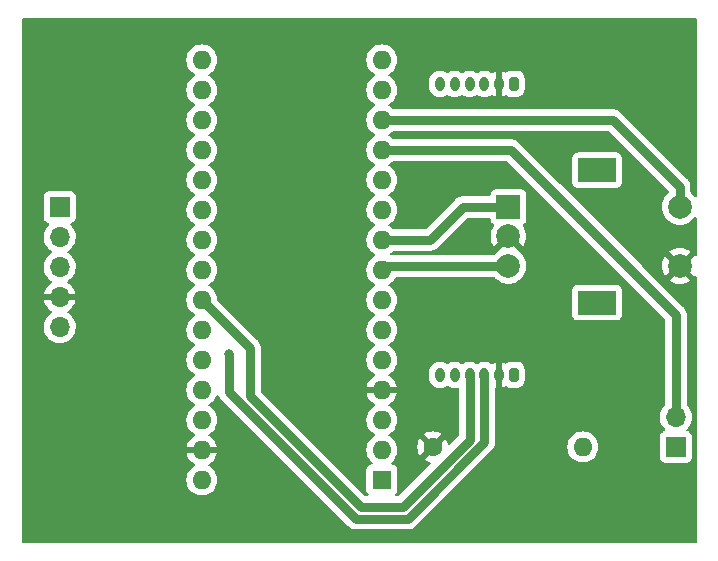
<source format=gtl>
G04 #@! TF.GenerationSoftware,KiCad,Pcbnew,(6.0.2)*
G04 #@! TF.CreationDate,2023-01-26T14:19:39+00:00*
G04 #@! TF.ProjectId,bomb-diffusal-combolock,626f6d62-2d64-4696-9666-7573616c2d63,rev?*
G04 #@! TF.SameCoordinates,Original*
G04 #@! TF.FileFunction,Copper,L1,Top*
G04 #@! TF.FilePolarity,Positive*
%FSLAX46Y46*%
G04 Gerber Fmt 4.6, Leading zero omitted, Abs format (unit mm)*
G04 Created by KiCad (PCBNEW (6.0.2)) date 2023-01-26 14:19:39*
%MOMM*%
%LPD*%
G01*
G04 APERTURE LIST*
G04 Aperture macros list*
%AMRoundRect*
0 Rectangle with rounded corners*
0 $1 Rounding radius*
0 $2 $3 $4 $5 $6 $7 $8 $9 X,Y pos of 4 corners*
0 Add a 4 corners polygon primitive as box body*
4,1,4,$2,$3,$4,$5,$6,$7,$8,$9,$2,$3,0*
0 Add four circle primitives for the rounded corners*
1,1,$1+$1,$2,$3*
1,1,$1+$1,$4,$5*
1,1,$1+$1,$6,$7*
1,1,$1+$1,$8,$9*
0 Add four rect primitives between the rounded corners*
20,1,$1+$1,$2,$3,$4,$5,0*
20,1,$1+$1,$4,$5,$6,$7,0*
20,1,$1+$1,$6,$7,$8,$9,0*
20,1,$1+$1,$8,$9,$2,$3,0*%
G04 Aperture macros list end*
G04 #@! TA.AperFunction,ComponentPad*
%ADD10RoundRect,0.166666X0.233334X0.433334X-0.233334X0.433334X-0.233334X-0.433334X0.233334X-0.433334X0*%
G04 #@! TD*
G04 #@! TA.AperFunction,ComponentPad*
%ADD11O,0.800000X1.200000*%
G04 #@! TD*
G04 #@! TA.AperFunction,ComponentPad*
%ADD12R,2.000000X2.000000*%
G04 #@! TD*
G04 #@! TA.AperFunction,ComponentPad*
%ADD13C,2.000000*%
G04 #@! TD*
G04 #@! TA.AperFunction,ComponentPad*
%ADD14R,3.200000X2.000000*%
G04 #@! TD*
G04 #@! TA.AperFunction,ComponentPad*
%ADD15R,1.600000X1.600000*%
G04 #@! TD*
G04 #@! TA.AperFunction,ComponentPad*
%ADD16O,1.600000X1.600000*%
G04 #@! TD*
G04 #@! TA.AperFunction,ComponentPad*
%ADD17R,1.700000X1.700000*%
G04 #@! TD*
G04 #@! TA.AperFunction,ComponentPad*
%ADD18O,1.700000X1.700000*%
G04 #@! TD*
G04 #@! TA.AperFunction,ComponentPad*
%ADD19C,1.600000*%
G04 #@! TD*
G04 #@! TA.AperFunction,ViaPad*
%ADD20C,0.800000*%
G04 #@! TD*
G04 #@! TA.AperFunction,Conductor*
%ADD21C,0.800000*%
G04 #@! TD*
G04 APERTURE END LIST*
D10*
X141224000Y-81026000D03*
D11*
X139974000Y-81026000D03*
X138724000Y-81026000D03*
X137474000Y-81026000D03*
X136224000Y-81026000D03*
X134974000Y-81026000D03*
D10*
X141224000Y-105664000D03*
D11*
X139974000Y-105664000D03*
X138724000Y-105664000D03*
X137474000Y-105664000D03*
X136224000Y-105664000D03*
X134974000Y-105664000D03*
D12*
X140768400Y-91440000D03*
D13*
X140768400Y-96440000D03*
X140768400Y-93940000D03*
D14*
X148268400Y-88340000D03*
X148268400Y-99540000D03*
D13*
X155268400Y-96440000D03*
X155268400Y-91440000D03*
D15*
X130048000Y-114554000D03*
D16*
X130048000Y-112014000D03*
X130048000Y-109474000D03*
X130048000Y-106934000D03*
X130048000Y-104394000D03*
X130048000Y-101854000D03*
X130048000Y-99314000D03*
X130048000Y-96774000D03*
X130048000Y-94234000D03*
X130048000Y-91694000D03*
X130048000Y-89154000D03*
X130048000Y-86614000D03*
X130048000Y-84074000D03*
X130048000Y-81534000D03*
X130048000Y-78994000D03*
X114808000Y-78994000D03*
X114808000Y-81534000D03*
X114808000Y-84074000D03*
X114808000Y-86614000D03*
X114808000Y-89154000D03*
X114808000Y-91694000D03*
X114808000Y-94234000D03*
X114808000Y-96774000D03*
X114808000Y-99314000D03*
X114808000Y-101854000D03*
X114808000Y-104394000D03*
X114808000Y-106934000D03*
X114808000Y-109474000D03*
X114808000Y-112014000D03*
X114808000Y-114554000D03*
D17*
X102768400Y-91440000D03*
D18*
X102768400Y-93980000D03*
X102768400Y-96520000D03*
X102768400Y-99060000D03*
X102768400Y-101600000D03*
D19*
X134366000Y-111760000D03*
D16*
X147066000Y-111760000D03*
D17*
X154940000Y-111760000D03*
D18*
X154940000Y-109220000D03*
D20*
X152146000Y-93218000D03*
X117094000Y-103886000D03*
D21*
X140768400Y-96440000D02*
X130382000Y-96440000D01*
X130382000Y-96440000D02*
X130048000Y-96774000D01*
X136906000Y-91440000D02*
X140768400Y-91440000D01*
X134112000Y-94234000D02*
X136906000Y-91440000D01*
X130048000Y-94234000D02*
X134112000Y-94234000D01*
X130048000Y-86614000D02*
X140970000Y-86614000D01*
X140970000Y-86614000D02*
X154940000Y-100584000D01*
X154940000Y-100584000D02*
X154940000Y-109220000D01*
X138724000Y-111355534D02*
X132240014Y-117839520D01*
X132240014Y-117839520D02*
X127855985Y-117839519D01*
X117094000Y-105918000D02*
X117094000Y-103886000D01*
X117094000Y-107077534D02*
X117094000Y-105918000D01*
X138724000Y-105664000D02*
X138724000Y-111355534D01*
X127855985Y-117839519D02*
X117094000Y-107077534D01*
X131826000Y-116840000D02*
X128270000Y-116840000D01*
X137474000Y-105664000D02*
X137474000Y-111192000D01*
X137474000Y-111192000D02*
X131826000Y-116840000D01*
X118872000Y-103378000D02*
X114808000Y-99314000D01*
X128270000Y-116840000D02*
X118872000Y-107442000D01*
X118872000Y-107442000D02*
X118872000Y-103378000D01*
X155268400Y-89736400D02*
X155268400Y-91440000D01*
X130048000Y-84074000D02*
X149606000Y-84074000D01*
X149606000Y-84074000D02*
X155268400Y-89736400D01*
G04 #@! TA.AperFunction,Conductor*
G36*
X156660121Y-75458002D02*
G01*
X156706614Y-75511658D01*
X156718000Y-75564000D01*
X156718000Y-90473726D01*
X156697998Y-90541847D01*
X156644342Y-90588340D01*
X156574068Y-90598444D01*
X156509488Y-90568950D01*
X156492607Y-90550558D01*
X156492576Y-90550584D01*
X156491838Y-90549720D01*
X156338369Y-90370031D01*
X156221069Y-90269847D01*
X156182260Y-90210396D01*
X156176900Y-90174036D01*
X156176900Y-89817817D01*
X156178451Y-89798105D01*
X156179620Y-89790725D01*
X156180652Y-89784210D01*
X156177073Y-89715920D01*
X156176900Y-89709326D01*
X156176900Y-89688790D01*
X156176556Y-89685516D01*
X156174753Y-89668358D01*
X156174236Y-89661784D01*
X156171003Y-89600096D01*
X156171003Y-89600094D01*
X156170657Y-89593497D01*
X156167015Y-89579904D01*
X156163414Y-89560475D01*
X156162632Y-89553039D01*
X156161942Y-89546472D01*
X156140807Y-89481425D01*
X156138935Y-89475106D01*
X156122938Y-89415403D01*
X156122937Y-89415400D01*
X156121230Y-89409030D01*
X156114838Y-89396485D01*
X156107274Y-89378223D01*
X156104968Y-89371126D01*
X156102927Y-89364844D01*
X156068736Y-89305623D01*
X156065588Y-89299826D01*
X156037526Y-89244751D01*
X156037524Y-89244748D01*
X156034529Y-89238870D01*
X156025673Y-89227933D01*
X156014473Y-89211637D01*
X156010743Y-89205176D01*
X156010740Y-89205172D01*
X156007440Y-89199456D01*
X156003023Y-89194550D01*
X156003019Y-89194545D01*
X155961678Y-89148631D01*
X155957394Y-89143616D01*
X155946548Y-89130223D01*
X155944472Y-89127659D01*
X155929957Y-89113144D01*
X155925416Y-89108359D01*
X155884073Y-89062443D01*
X155879653Y-89057534D01*
X155868265Y-89049260D01*
X155853232Y-89036419D01*
X150305981Y-83489168D01*
X150293140Y-83474135D01*
X150288746Y-83468087D01*
X150288745Y-83468086D01*
X150284866Y-83462747D01*
X150234041Y-83416984D01*
X150229256Y-83412443D01*
X150214741Y-83397928D01*
X150207282Y-83391888D01*
X150198784Y-83385006D01*
X150193769Y-83380722D01*
X150147855Y-83339381D01*
X150147850Y-83339377D01*
X150142944Y-83334960D01*
X150137228Y-83331660D01*
X150137224Y-83331657D01*
X150130763Y-83327927D01*
X150114466Y-83316727D01*
X150108660Y-83312025D01*
X150108658Y-83312024D01*
X150103530Y-83307871D01*
X150042577Y-83276814D01*
X150036782Y-83273667D01*
X149983279Y-83242777D01*
X149983278Y-83242776D01*
X149977556Y-83239473D01*
X149971274Y-83237432D01*
X149971272Y-83237431D01*
X149964174Y-83235125D01*
X149945907Y-83227559D01*
X149933370Y-83221171D01*
X149867299Y-83203467D01*
X149860997Y-83201600D01*
X149795928Y-83180458D01*
X149789363Y-83179768D01*
X149789354Y-83179766D01*
X149781925Y-83178985D01*
X149762491Y-83175383D01*
X149755286Y-83173453D01*
X149755284Y-83173453D01*
X149748903Y-83171743D01*
X149742312Y-83171398D01*
X149742308Y-83171397D01*
X149680616Y-83168164D01*
X149674042Y-83167647D01*
X149656884Y-83165844D01*
X149656882Y-83165844D01*
X149653610Y-83165500D01*
X149633074Y-83165500D01*
X149626480Y-83165327D01*
X149564782Y-83162093D01*
X149564777Y-83162093D01*
X149558190Y-83161748D01*
X149544292Y-83163949D01*
X149524583Y-83165500D01*
X131042188Y-83165500D01*
X130974067Y-83145498D01*
X130953093Y-83128595D01*
X130892300Y-83067802D01*
X130887792Y-83064645D01*
X130887789Y-83064643D01*
X130809611Y-83009902D01*
X130704749Y-82936477D01*
X130699767Y-82934154D01*
X130699762Y-82934151D01*
X130665543Y-82918195D01*
X130612258Y-82871278D01*
X130592797Y-82803001D01*
X130613339Y-82735041D01*
X130665543Y-82689805D01*
X130699762Y-82673849D01*
X130699767Y-82673846D01*
X130704749Y-82671523D01*
X130809611Y-82598098D01*
X130887789Y-82543357D01*
X130887792Y-82543355D01*
X130892300Y-82540198D01*
X131054198Y-82378300D01*
X131185523Y-82190749D01*
X131187846Y-82185767D01*
X131187849Y-82185762D01*
X131279961Y-81988225D01*
X131279961Y-81988224D01*
X131282284Y-81983243D01*
X131293628Y-81940909D01*
X131340119Y-81767402D01*
X131340119Y-81767400D01*
X131341543Y-81762087D01*
X131361498Y-81534000D01*
X131341543Y-81305913D01*
X131333764Y-81276880D01*
X131332888Y-81273610D01*
X134065500Y-81273610D01*
X134080458Y-81415928D01*
X134139473Y-81597556D01*
X134234960Y-81762944D01*
X134239378Y-81767851D01*
X134239379Y-81767852D01*
X134344294Y-81884372D01*
X134362747Y-81904866D01*
X134412356Y-81940909D01*
X134511308Y-82012802D01*
X134517248Y-82017118D01*
X134523276Y-82019802D01*
X134523278Y-82019803D01*
X134670844Y-82085503D01*
X134691712Y-82094794D01*
X134785113Y-82114647D01*
X134872056Y-82133128D01*
X134872061Y-82133128D01*
X134878513Y-82134500D01*
X135069487Y-82134500D01*
X135075939Y-82133128D01*
X135075944Y-82133128D01*
X135162887Y-82114647D01*
X135256288Y-82094794D01*
X135277156Y-82085503D01*
X135424722Y-82019803D01*
X135424724Y-82019802D01*
X135430752Y-82017118D01*
X135436693Y-82012802D01*
X135524939Y-81948687D01*
X135591807Y-81924828D01*
X135660958Y-81940909D01*
X135673061Y-81948687D01*
X135761308Y-82012802D01*
X135767248Y-82017118D01*
X135773276Y-82019802D01*
X135773278Y-82019803D01*
X135920844Y-82085503D01*
X135941712Y-82094794D01*
X136035113Y-82114647D01*
X136122056Y-82133128D01*
X136122061Y-82133128D01*
X136128513Y-82134500D01*
X136319487Y-82134500D01*
X136325939Y-82133128D01*
X136325944Y-82133128D01*
X136412887Y-82114647D01*
X136506288Y-82094794D01*
X136527156Y-82085503D01*
X136674722Y-82019803D01*
X136674724Y-82019802D01*
X136680752Y-82017118D01*
X136686693Y-82012802D01*
X136774939Y-81948687D01*
X136841807Y-81924828D01*
X136910958Y-81940909D01*
X136923061Y-81948687D01*
X137011308Y-82012802D01*
X137017248Y-82017118D01*
X137023276Y-82019802D01*
X137023278Y-82019803D01*
X137170844Y-82085503D01*
X137191712Y-82094794D01*
X137285113Y-82114647D01*
X137372056Y-82133128D01*
X137372061Y-82133128D01*
X137378513Y-82134500D01*
X137569487Y-82134500D01*
X137575939Y-82133128D01*
X137575944Y-82133128D01*
X137662887Y-82114647D01*
X137756288Y-82094794D01*
X137777156Y-82085503D01*
X137924722Y-82019803D01*
X137924724Y-82019802D01*
X137930752Y-82017118D01*
X137936693Y-82012802D01*
X138024939Y-81948687D01*
X138091807Y-81924828D01*
X138160958Y-81940909D01*
X138173061Y-81948687D01*
X138261308Y-82012802D01*
X138267248Y-82017118D01*
X138273276Y-82019802D01*
X138273278Y-82019803D01*
X138420844Y-82085503D01*
X138441712Y-82094794D01*
X138535113Y-82114647D01*
X138622056Y-82133128D01*
X138622061Y-82133128D01*
X138628513Y-82134500D01*
X138819487Y-82134500D01*
X138825939Y-82133128D01*
X138825944Y-82133128D01*
X138912887Y-82114647D01*
X139006288Y-82094794D01*
X139027156Y-82085503D01*
X139174722Y-82019803D01*
X139174724Y-82019802D01*
X139180752Y-82017118D01*
X139275366Y-81948377D01*
X139342230Y-81924520D01*
X139411382Y-81940600D01*
X139423485Y-81948378D01*
X139512157Y-82012802D01*
X139523529Y-82019368D01*
X139685839Y-82091633D01*
X139698325Y-82095690D01*
X139702278Y-82096530D01*
X139716341Y-82095457D01*
X139720000Y-82085503D01*
X139720000Y-82082182D01*
X140228000Y-82082182D01*
X140231973Y-82095713D01*
X140242468Y-82097222D01*
X140249675Y-82095690D01*
X140262161Y-82091633D01*
X140424471Y-82019368D01*
X140435839Y-82012804D01*
X140443263Y-82007410D01*
X140510130Y-81983551D01*
X140582597Y-82001569D01*
X140710785Y-82079202D01*
X140718032Y-82081473D01*
X140718034Y-82081474D01*
X140768287Y-82097222D01*
X140866723Y-82128070D01*
X140936699Y-82134500D01*
X140939597Y-82134500D01*
X141224745Y-82134499D01*
X141511300Y-82134499D01*
X141514158Y-82134236D01*
X141514167Y-82134236D01*
X141547604Y-82131164D01*
X141581277Y-82128070D01*
X141587662Y-82126069D01*
X141729966Y-82081474D01*
X141729968Y-82081473D01*
X141737215Y-82079202D01*
X141876996Y-81994548D01*
X141992548Y-81878996D01*
X142077202Y-81739215D01*
X142126070Y-81583277D01*
X142132500Y-81513301D01*
X142132499Y-80538700D01*
X142126070Y-80468723D01*
X142104419Y-80399634D01*
X142079474Y-80320034D01*
X142079473Y-80320032D01*
X142077202Y-80312785D01*
X141992548Y-80173004D01*
X141876996Y-80057452D01*
X141737215Y-79972798D01*
X141729968Y-79970527D01*
X141729966Y-79970526D01*
X141666642Y-79950682D01*
X141581277Y-79923930D01*
X141511301Y-79917500D01*
X141508403Y-79917500D01*
X141223255Y-79917501D01*
X140936700Y-79917501D01*
X140933842Y-79917764D01*
X140933833Y-79917764D01*
X140900396Y-79920836D01*
X140866723Y-79923930D01*
X140860345Y-79925929D01*
X140860344Y-79925929D01*
X140718034Y-79970526D01*
X140718032Y-79970527D01*
X140710785Y-79972798D01*
X140704288Y-79976733D01*
X140582597Y-80050431D01*
X140513967Y-80068610D01*
X140443263Y-80044590D01*
X140435839Y-80039196D01*
X140424471Y-80032632D01*
X140262161Y-79960367D01*
X140249675Y-79956310D01*
X140245722Y-79955470D01*
X140231659Y-79956543D01*
X140228000Y-79966497D01*
X140228000Y-82082182D01*
X139720000Y-82082182D01*
X139720000Y-79969818D01*
X139716027Y-79956287D01*
X139705532Y-79954778D01*
X139698325Y-79956310D01*
X139685839Y-79960367D01*
X139523529Y-80032632D01*
X139512157Y-80039198D01*
X139423485Y-80103622D01*
X139356617Y-80127481D01*
X139287466Y-80111400D01*
X139275380Y-80103634D01*
X139180752Y-80034882D01*
X139174724Y-80032198D01*
X139174722Y-80032197D01*
X139012319Y-79959891D01*
X139012318Y-79959891D01*
X139006288Y-79957206D01*
X138912888Y-79937353D01*
X138825944Y-79918872D01*
X138825939Y-79918872D01*
X138819487Y-79917500D01*
X138628513Y-79917500D01*
X138622061Y-79918872D01*
X138622056Y-79918872D01*
X138535112Y-79937353D01*
X138441712Y-79957206D01*
X138435682Y-79959891D01*
X138435681Y-79959891D01*
X138273278Y-80032197D01*
X138273276Y-80032198D01*
X138267248Y-80034882D01*
X138261907Y-80038762D01*
X138261906Y-80038763D01*
X138173061Y-80103313D01*
X138106193Y-80127172D01*
X138037042Y-80111091D01*
X138024939Y-80103313D01*
X137936094Y-80038763D01*
X137936093Y-80038762D01*
X137930752Y-80034882D01*
X137924724Y-80032198D01*
X137924722Y-80032197D01*
X137762319Y-79959891D01*
X137762318Y-79959891D01*
X137756288Y-79957206D01*
X137662888Y-79937353D01*
X137575944Y-79918872D01*
X137575939Y-79918872D01*
X137569487Y-79917500D01*
X137378513Y-79917500D01*
X137372061Y-79918872D01*
X137372056Y-79918872D01*
X137285112Y-79937353D01*
X137191712Y-79957206D01*
X137185682Y-79959891D01*
X137185681Y-79959891D01*
X137023278Y-80032197D01*
X137023276Y-80032198D01*
X137017248Y-80034882D01*
X137011907Y-80038762D01*
X137011906Y-80038763D01*
X136923061Y-80103313D01*
X136856193Y-80127172D01*
X136787042Y-80111091D01*
X136774939Y-80103313D01*
X136686094Y-80038763D01*
X136686093Y-80038762D01*
X136680752Y-80034882D01*
X136674724Y-80032198D01*
X136674722Y-80032197D01*
X136512319Y-79959891D01*
X136512318Y-79959891D01*
X136506288Y-79957206D01*
X136412888Y-79937353D01*
X136325944Y-79918872D01*
X136325939Y-79918872D01*
X136319487Y-79917500D01*
X136128513Y-79917500D01*
X136122061Y-79918872D01*
X136122056Y-79918872D01*
X136035112Y-79937353D01*
X135941712Y-79957206D01*
X135935682Y-79959891D01*
X135935681Y-79959891D01*
X135773278Y-80032197D01*
X135773276Y-80032198D01*
X135767248Y-80034882D01*
X135761907Y-80038762D01*
X135761906Y-80038763D01*
X135673061Y-80103313D01*
X135606193Y-80127172D01*
X135537042Y-80111091D01*
X135524939Y-80103313D01*
X135436094Y-80038763D01*
X135436093Y-80038762D01*
X135430752Y-80034882D01*
X135424724Y-80032198D01*
X135424722Y-80032197D01*
X135262319Y-79959891D01*
X135262318Y-79959891D01*
X135256288Y-79957206D01*
X135162888Y-79937353D01*
X135075944Y-79918872D01*
X135075939Y-79918872D01*
X135069487Y-79917500D01*
X134878513Y-79917500D01*
X134872061Y-79918872D01*
X134872056Y-79918872D01*
X134785112Y-79937353D01*
X134691712Y-79957206D01*
X134685682Y-79959891D01*
X134685681Y-79959891D01*
X134523278Y-80032197D01*
X134523276Y-80032198D01*
X134517248Y-80034882D01*
X134511907Y-80038762D01*
X134511906Y-80038763D01*
X134503886Y-80044590D01*
X134362747Y-80147134D01*
X134358326Y-80152044D01*
X134358325Y-80152045D01*
X134339454Y-80173004D01*
X134234960Y-80289056D01*
X134139473Y-80454444D01*
X134080458Y-80636072D01*
X134065500Y-80778390D01*
X134065500Y-81273610D01*
X131332888Y-81273610D01*
X131283707Y-81090067D01*
X131283706Y-81090065D01*
X131282284Y-81084757D01*
X131279961Y-81079775D01*
X131187849Y-80882238D01*
X131187846Y-80882233D01*
X131185523Y-80877251D01*
X131054198Y-80689700D01*
X130892300Y-80527802D01*
X130887792Y-80524645D01*
X130887789Y-80524643D01*
X130807927Y-80468723D01*
X130704749Y-80396477D01*
X130699767Y-80394154D01*
X130699762Y-80394151D01*
X130665543Y-80378195D01*
X130612258Y-80331278D01*
X130592797Y-80263001D01*
X130613339Y-80195041D01*
X130665543Y-80149805D01*
X130699762Y-80133849D01*
X130699767Y-80133846D01*
X130704749Y-80131523D01*
X130828902Y-80044590D01*
X130887789Y-80003357D01*
X130887792Y-80003355D01*
X130892300Y-80000198D01*
X131054198Y-79838300D01*
X131185523Y-79650749D01*
X131187846Y-79645767D01*
X131187849Y-79645762D01*
X131279961Y-79448225D01*
X131279961Y-79448224D01*
X131282284Y-79443243D01*
X131341543Y-79222087D01*
X131361498Y-78994000D01*
X131341543Y-78765913D01*
X131282284Y-78544757D01*
X131279961Y-78539775D01*
X131187849Y-78342238D01*
X131187846Y-78342233D01*
X131185523Y-78337251D01*
X131054198Y-78149700D01*
X130892300Y-77987802D01*
X130887792Y-77984645D01*
X130887789Y-77984643D01*
X130809611Y-77929902D01*
X130704749Y-77856477D01*
X130699767Y-77854154D01*
X130699762Y-77854151D01*
X130502225Y-77762039D01*
X130502224Y-77762039D01*
X130497243Y-77759716D01*
X130491935Y-77758294D01*
X130491933Y-77758293D01*
X130281402Y-77701881D01*
X130281400Y-77701881D01*
X130276087Y-77700457D01*
X130048000Y-77680502D01*
X129819913Y-77700457D01*
X129814600Y-77701881D01*
X129814598Y-77701881D01*
X129604067Y-77758293D01*
X129604065Y-77758294D01*
X129598757Y-77759716D01*
X129593776Y-77762039D01*
X129593775Y-77762039D01*
X129396238Y-77854151D01*
X129396233Y-77854154D01*
X129391251Y-77856477D01*
X129286389Y-77929902D01*
X129208211Y-77984643D01*
X129208208Y-77984645D01*
X129203700Y-77987802D01*
X129041802Y-78149700D01*
X128910477Y-78337251D01*
X128908154Y-78342233D01*
X128908151Y-78342238D01*
X128816039Y-78539775D01*
X128813716Y-78544757D01*
X128754457Y-78765913D01*
X128734502Y-78994000D01*
X128754457Y-79222087D01*
X128813716Y-79443243D01*
X128816039Y-79448224D01*
X128816039Y-79448225D01*
X128908151Y-79645762D01*
X128908154Y-79645767D01*
X128910477Y-79650749D01*
X129041802Y-79838300D01*
X129203700Y-80000198D01*
X129208208Y-80003355D01*
X129208211Y-80003357D01*
X129267098Y-80044590D01*
X129391251Y-80131523D01*
X129396233Y-80133846D01*
X129396238Y-80133849D01*
X129430457Y-80149805D01*
X129483742Y-80196722D01*
X129503203Y-80264999D01*
X129482661Y-80332959D01*
X129430457Y-80378195D01*
X129396238Y-80394151D01*
X129396233Y-80394154D01*
X129391251Y-80396477D01*
X129288073Y-80468723D01*
X129208211Y-80524643D01*
X129208208Y-80524645D01*
X129203700Y-80527802D01*
X129041802Y-80689700D01*
X128910477Y-80877251D01*
X128908154Y-80882233D01*
X128908151Y-80882238D01*
X128816039Y-81079775D01*
X128813716Y-81084757D01*
X128812294Y-81090065D01*
X128812293Y-81090067D01*
X128762236Y-81276880D01*
X128754457Y-81305913D01*
X128734502Y-81534000D01*
X128754457Y-81762087D01*
X128755881Y-81767400D01*
X128755881Y-81767402D01*
X128802373Y-81940909D01*
X128813716Y-81983243D01*
X128816039Y-81988224D01*
X128816039Y-81988225D01*
X128908151Y-82185762D01*
X128908154Y-82185767D01*
X128910477Y-82190749D01*
X129041802Y-82378300D01*
X129203700Y-82540198D01*
X129208208Y-82543355D01*
X129208211Y-82543357D01*
X129286389Y-82598098D01*
X129391251Y-82671523D01*
X129396233Y-82673846D01*
X129396238Y-82673849D01*
X129430457Y-82689805D01*
X129483742Y-82736722D01*
X129503203Y-82804999D01*
X129482661Y-82872959D01*
X129430457Y-82918195D01*
X129396238Y-82934151D01*
X129396233Y-82934154D01*
X129391251Y-82936477D01*
X129286389Y-83009902D01*
X129208211Y-83064643D01*
X129208208Y-83064645D01*
X129203700Y-83067802D01*
X129041802Y-83229700D01*
X129038645Y-83234208D01*
X129038643Y-83234211D01*
X128989164Y-83304875D01*
X128910477Y-83417251D01*
X128908154Y-83422233D01*
X128908151Y-83422238D01*
X128816039Y-83619775D01*
X128813716Y-83624757D01*
X128754457Y-83845913D01*
X128734502Y-84074000D01*
X128754457Y-84302087D01*
X128813716Y-84523243D01*
X128816039Y-84528224D01*
X128816039Y-84528225D01*
X128908151Y-84725762D01*
X128908154Y-84725767D01*
X128910477Y-84730749D01*
X129041802Y-84918300D01*
X129203700Y-85080198D01*
X129208208Y-85083355D01*
X129208211Y-85083357D01*
X129286389Y-85138098D01*
X129391251Y-85211523D01*
X129396233Y-85213846D01*
X129396238Y-85213849D01*
X129430457Y-85229805D01*
X129483742Y-85276722D01*
X129503203Y-85344999D01*
X129482661Y-85412959D01*
X129430457Y-85458195D01*
X129396238Y-85474151D01*
X129396233Y-85474154D01*
X129391251Y-85476477D01*
X129286389Y-85549902D01*
X129208211Y-85604643D01*
X129208208Y-85604645D01*
X129203700Y-85607802D01*
X129041802Y-85769700D01*
X129038645Y-85774208D01*
X129038643Y-85774211D01*
X128989164Y-85844875D01*
X128910477Y-85957251D01*
X128908154Y-85962233D01*
X128908151Y-85962238D01*
X128816039Y-86159775D01*
X128813716Y-86164757D01*
X128754457Y-86385913D01*
X128734502Y-86614000D01*
X128754457Y-86842087D01*
X128755881Y-86847400D01*
X128755881Y-86847402D01*
X128767131Y-86889385D01*
X128813716Y-87063243D01*
X128816039Y-87068224D01*
X128816039Y-87068225D01*
X128908151Y-87265762D01*
X128908154Y-87265767D01*
X128910477Y-87270749D01*
X129041802Y-87458300D01*
X129203700Y-87620198D01*
X129208208Y-87623355D01*
X129208211Y-87623357D01*
X129286389Y-87678098D01*
X129391251Y-87751523D01*
X129396233Y-87753846D01*
X129396238Y-87753849D01*
X129430457Y-87769805D01*
X129483742Y-87816722D01*
X129503203Y-87884999D01*
X129482661Y-87952959D01*
X129430457Y-87998195D01*
X129396238Y-88014151D01*
X129396233Y-88014154D01*
X129391251Y-88016477D01*
X129286389Y-88089902D01*
X129208211Y-88144643D01*
X129208208Y-88144645D01*
X129203700Y-88147802D01*
X129041802Y-88309700D01*
X128910477Y-88497251D01*
X128908154Y-88502233D01*
X128908151Y-88502238D01*
X128816039Y-88699775D01*
X128813716Y-88704757D01*
X128754457Y-88925913D01*
X128734502Y-89154000D01*
X128754457Y-89382087D01*
X128755881Y-89387400D01*
X128755881Y-89387402D01*
X128811105Y-89593497D01*
X128813716Y-89603243D01*
X128816039Y-89608224D01*
X128816039Y-89608225D01*
X128908151Y-89805762D01*
X128908154Y-89805767D01*
X128910477Y-89810749D01*
X128936911Y-89848500D01*
X129035560Y-89989385D01*
X129041802Y-89998300D01*
X129203700Y-90160198D01*
X129208208Y-90163355D01*
X129208211Y-90163357D01*
X129250967Y-90193295D01*
X129391251Y-90291523D01*
X129396233Y-90293846D01*
X129396238Y-90293849D01*
X129430457Y-90309805D01*
X129483742Y-90356722D01*
X129503203Y-90424999D01*
X129482661Y-90492959D01*
X129430457Y-90538195D01*
X129396238Y-90554151D01*
X129396233Y-90554154D01*
X129391251Y-90556477D01*
X129331863Y-90598061D01*
X129208211Y-90684643D01*
X129208208Y-90684645D01*
X129203700Y-90687802D01*
X129041802Y-90849700D01*
X128910477Y-91037251D01*
X128908154Y-91042233D01*
X128908151Y-91042238D01*
X128835297Y-91198476D01*
X128813716Y-91244757D01*
X128754457Y-91465913D01*
X128734502Y-91694000D01*
X128754457Y-91922087D01*
X128755881Y-91927400D01*
X128755881Y-91927402D01*
X128810485Y-92131183D01*
X128813716Y-92143243D01*
X128816039Y-92148224D01*
X128816039Y-92148225D01*
X128908151Y-92345762D01*
X128908154Y-92345767D01*
X128910477Y-92350749D01*
X128949356Y-92406274D01*
X129034798Y-92528297D01*
X129041802Y-92538300D01*
X129203700Y-92700198D01*
X129208208Y-92703355D01*
X129208211Y-92703357D01*
X129253729Y-92735229D01*
X129391251Y-92831523D01*
X129396233Y-92833846D01*
X129396238Y-92833849D01*
X129430457Y-92849805D01*
X129483742Y-92896722D01*
X129503203Y-92964999D01*
X129482661Y-93032959D01*
X129430457Y-93078195D01*
X129396238Y-93094151D01*
X129396233Y-93094154D01*
X129391251Y-93096477D01*
X129348501Y-93126411D01*
X129208211Y-93224643D01*
X129208208Y-93224645D01*
X129203700Y-93227802D01*
X129041802Y-93389700D01*
X128910477Y-93577251D01*
X128908154Y-93582233D01*
X128908151Y-93582238D01*
X128841781Y-93724570D01*
X128813716Y-93784757D01*
X128812294Y-93790065D01*
X128812293Y-93790067D01*
X128768943Y-93951851D01*
X128754457Y-94005913D01*
X128734502Y-94234000D01*
X128754457Y-94462087D01*
X128755881Y-94467400D01*
X128755881Y-94467402D01*
X128812161Y-94677438D01*
X128813716Y-94683243D01*
X128816039Y-94688224D01*
X128816039Y-94688225D01*
X128908151Y-94885762D01*
X128908154Y-94885767D01*
X128910477Y-94890749D01*
X128935745Y-94926835D01*
X129036389Y-95070569D01*
X129041802Y-95078300D01*
X129203700Y-95240198D01*
X129208208Y-95243355D01*
X129208211Y-95243357D01*
X129286389Y-95298098D01*
X129391251Y-95371523D01*
X129396233Y-95373846D01*
X129396238Y-95373849D01*
X129430457Y-95389805D01*
X129483742Y-95436722D01*
X129503203Y-95504999D01*
X129482661Y-95572959D01*
X129430457Y-95618195D01*
X129396238Y-95634151D01*
X129396233Y-95634154D01*
X129391251Y-95636477D01*
X129348501Y-95666411D01*
X129208211Y-95764643D01*
X129208208Y-95764645D01*
X129203700Y-95767802D01*
X129041802Y-95929700D01*
X128910477Y-96117251D01*
X128908154Y-96122233D01*
X128908151Y-96122238D01*
X128841781Y-96264570D01*
X128813716Y-96324757D01*
X128812294Y-96330065D01*
X128812293Y-96330067D01*
X128768943Y-96491851D01*
X128754457Y-96545913D01*
X128734502Y-96774000D01*
X128754457Y-97002087D01*
X128755881Y-97007400D01*
X128755881Y-97007402D01*
X128812161Y-97217438D01*
X128813716Y-97223243D01*
X128816039Y-97228224D01*
X128816039Y-97228225D01*
X128908151Y-97425762D01*
X128908154Y-97425767D01*
X128910477Y-97430749D01*
X128913634Y-97435257D01*
X128999250Y-97557529D01*
X129041802Y-97618300D01*
X129203700Y-97780198D01*
X129208208Y-97783355D01*
X129208211Y-97783357D01*
X129273439Y-97829030D01*
X129391251Y-97911523D01*
X129396233Y-97913846D01*
X129396238Y-97913849D01*
X129430457Y-97929805D01*
X129483742Y-97976722D01*
X129503203Y-98044999D01*
X129482661Y-98112959D01*
X129430457Y-98158195D01*
X129396238Y-98174151D01*
X129396233Y-98174154D01*
X129391251Y-98176477D01*
X129348050Y-98206727D01*
X129208211Y-98304643D01*
X129208208Y-98304645D01*
X129203700Y-98307802D01*
X129041802Y-98469700D01*
X129038645Y-98474208D01*
X129038643Y-98474211D01*
X128983902Y-98552389D01*
X128910477Y-98657251D01*
X128908154Y-98662233D01*
X128908151Y-98662238D01*
X128816039Y-98859775D01*
X128813716Y-98864757D01*
X128754457Y-99085913D01*
X128734502Y-99314000D01*
X128754457Y-99542087D01*
X128813716Y-99763243D01*
X128816039Y-99768224D01*
X128816039Y-99768225D01*
X128908151Y-99965762D01*
X128908154Y-99965767D01*
X128910477Y-99970749D01*
X129041802Y-100158300D01*
X129203700Y-100320198D01*
X129208208Y-100323355D01*
X129208211Y-100323357D01*
X129286389Y-100378098D01*
X129391251Y-100451523D01*
X129396233Y-100453846D01*
X129396238Y-100453849D01*
X129430457Y-100469805D01*
X129483742Y-100516722D01*
X129503203Y-100584999D01*
X129482661Y-100652959D01*
X129430457Y-100698195D01*
X129396238Y-100714151D01*
X129396233Y-100714154D01*
X129391251Y-100716477D01*
X129348501Y-100746411D01*
X129208211Y-100844643D01*
X129208208Y-100844645D01*
X129203700Y-100847802D01*
X129041802Y-101009700D01*
X129038645Y-101014208D01*
X129038643Y-101014211D01*
X129014892Y-101048131D01*
X128910477Y-101197251D01*
X128908154Y-101202233D01*
X128908151Y-101202238D01*
X128841781Y-101344570D01*
X128813716Y-101404757D01*
X128812294Y-101410065D01*
X128812293Y-101410067D01*
X128768943Y-101571851D01*
X128754457Y-101625913D01*
X128734502Y-101854000D01*
X128754457Y-102082087D01*
X128755881Y-102087400D01*
X128755881Y-102087402D01*
X128812161Y-102297438D01*
X128813716Y-102303243D01*
X128816039Y-102308224D01*
X128816039Y-102308225D01*
X128908151Y-102505762D01*
X128908154Y-102505767D01*
X128910477Y-102510749D01*
X128913634Y-102515257D01*
X128999250Y-102637529D01*
X129041802Y-102698300D01*
X129203700Y-102860198D01*
X129208208Y-102863355D01*
X129208211Y-102863357D01*
X129225325Y-102875340D01*
X129391251Y-102991523D01*
X129396233Y-102993846D01*
X129396238Y-102993849D01*
X129430457Y-103009805D01*
X129483742Y-103056722D01*
X129503203Y-103124999D01*
X129482661Y-103192959D01*
X129430457Y-103238195D01*
X129396238Y-103254151D01*
X129396233Y-103254154D01*
X129391251Y-103256477D01*
X129290368Y-103327116D01*
X129208211Y-103384643D01*
X129208208Y-103384645D01*
X129203700Y-103387802D01*
X129041802Y-103549700D01*
X128910477Y-103737251D01*
X128908154Y-103742233D01*
X128908151Y-103742238D01*
X128818914Y-103933610D01*
X128813716Y-103944757D01*
X128754457Y-104165913D01*
X128734502Y-104394000D01*
X128754457Y-104622087D01*
X128755881Y-104627400D01*
X128755881Y-104627402D01*
X128805078Y-104811004D01*
X128813716Y-104843243D01*
X128816039Y-104848224D01*
X128816039Y-104848225D01*
X128908151Y-105045762D01*
X128908154Y-105045767D01*
X128910477Y-105050749D01*
X129041802Y-105238300D01*
X129203700Y-105400198D01*
X129208208Y-105403355D01*
X129208211Y-105403357D01*
X129231523Y-105419680D01*
X129391251Y-105531523D01*
X129396233Y-105533846D01*
X129396238Y-105533849D01*
X129431049Y-105550081D01*
X129484334Y-105596998D01*
X129503795Y-105665275D01*
X129483253Y-105733235D01*
X129431049Y-105778471D01*
X129396489Y-105794586D01*
X129386993Y-105800069D01*
X129208533Y-105925028D01*
X129200125Y-105932084D01*
X129046084Y-106086125D01*
X129039028Y-106094533D01*
X128914069Y-106272993D01*
X128908586Y-106282489D01*
X128816510Y-106479947D01*
X128812764Y-106490239D01*
X128766606Y-106662503D01*
X128766942Y-106676599D01*
X128774884Y-106680000D01*
X131315967Y-106680000D01*
X131329498Y-106676027D01*
X131330727Y-106667478D01*
X131283236Y-106490239D01*
X131279490Y-106479947D01*
X131187414Y-106282489D01*
X131181931Y-106272993D01*
X131056972Y-106094533D01*
X131049916Y-106086125D01*
X130895875Y-105932084D01*
X130887467Y-105925028D01*
X130709007Y-105800069D01*
X130699511Y-105794586D01*
X130664951Y-105778471D01*
X130611666Y-105731554D01*
X130592205Y-105663277D01*
X130612747Y-105595317D01*
X130664951Y-105550081D01*
X130699762Y-105533849D01*
X130699767Y-105533846D01*
X130704749Y-105531523D01*
X130864477Y-105419680D01*
X130887789Y-105403357D01*
X130887792Y-105403355D01*
X130892300Y-105400198D01*
X131054198Y-105238300D01*
X131185523Y-105050749D01*
X131187846Y-105045767D01*
X131187849Y-105045762D01*
X131279961Y-104848225D01*
X131279961Y-104848224D01*
X131282284Y-104843243D01*
X131290923Y-104811004D01*
X131340119Y-104627402D01*
X131340119Y-104627400D01*
X131341543Y-104622087D01*
X131361498Y-104394000D01*
X131341543Y-104165913D01*
X131282284Y-103944757D01*
X131277086Y-103933610D01*
X131187849Y-103742238D01*
X131187846Y-103742233D01*
X131185523Y-103737251D01*
X131054198Y-103549700D01*
X130892300Y-103387802D01*
X130887792Y-103384645D01*
X130887789Y-103384643D01*
X130805632Y-103327116D01*
X130704749Y-103256477D01*
X130699767Y-103254154D01*
X130699762Y-103254151D01*
X130665543Y-103238195D01*
X130612258Y-103191278D01*
X130592797Y-103123001D01*
X130613339Y-103055041D01*
X130665543Y-103009805D01*
X130699762Y-102993849D01*
X130699767Y-102993846D01*
X130704749Y-102991523D01*
X130870675Y-102875340D01*
X130887789Y-102863357D01*
X130887792Y-102863355D01*
X130892300Y-102860198D01*
X131054198Y-102698300D01*
X131096751Y-102637529D01*
X131182366Y-102515257D01*
X131185523Y-102510749D01*
X131187846Y-102505767D01*
X131187849Y-102505762D01*
X131279961Y-102308225D01*
X131279961Y-102308224D01*
X131282284Y-102303243D01*
X131283840Y-102297438D01*
X131340119Y-102087402D01*
X131340119Y-102087400D01*
X131341543Y-102082087D01*
X131361498Y-101854000D01*
X131341543Y-101625913D01*
X131327057Y-101571851D01*
X131283707Y-101410067D01*
X131283706Y-101410065D01*
X131282284Y-101404757D01*
X131254219Y-101344570D01*
X131187849Y-101202238D01*
X131187846Y-101202233D01*
X131185523Y-101197251D01*
X131081108Y-101048131D01*
X131057357Y-101014211D01*
X131057355Y-101014208D01*
X131054198Y-101009700D01*
X130892300Y-100847802D01*
X130887792Y-100844645D01*
X130887789Y-100844643D01*
X130747499Y-100746411D01*
X130704749Y-100716477D01*
X130699767Y-100714154D01*
X130699762Y-100714151D01*
X130665543Y-100698195D01*
X130612258Y-100651278D01*
X130594260Y-100588134D01*
X146159900Y-100588134D01*
X146166655Y-100650316D01*
X146217785Y-100786705D01*
X146305139Y-100903261D01*
X146421695Y-100990615D01*
X146558084Y-101041745D01*
X146620266Y-101048500D01*
X149916534Y-101048500D01*
X149978716Y-101041745D01*
X150115105Y-100990615D01*
X150231661Y-100903261D01*
X150319015Y-100786705D01*
X150370145Y-100650316D01*
X150376900Y-100588134D01*
X150376900Y-98491866D01*
X150370145Y-98429684D01*
X150319015Y-98293295D01*
X150231661Y-98176739D01*
X150115105Y-98089385D01*
X149978716Y-98038255D01*
X149916534Y-98031500D01*
X146620266Y-98031500D01*
X146558084Y-98038255D01*
X146421695Y-98089385D01*
X146305139Y-98176739D01*
X146217785Y-98293295D01*
X146166655Y-98429684D01*
X146159900Y-98491866D01*
X146159900Y-100588134D01*
X130594260Y-100588134D01*
X130592797Y-100583001D01*
X130613339Y-100515041D01*
X130665543Y-100469805D01*
X130699762Y-100453849D01*
X130699767Y-100453846D01*
X130704749Y-100451523D01*
X130809611Y-100378098D01*
X130887789Y-100323357D01*
X130887792Y-100323355D01*
X130892300Y-100320198D01*
X131054198Y-100158300D01*
X131185523Y-99970749D01*
X131187846Y-99965767D01*
X131187849Y-99965762D01*
X131279961Y-99768225D01*
X131279961Y-99768224D01*
X131282284Y-99763243D01*
X131341543Y-99542087D01*
X131361498Y-99314000D01*
X131341543Y-99085913D01*
X131282284Y-98864757D01*
X131279961Y-98859775D01*
X131187849Y-98662238D01*
X131187846Y-98662233D01*
X131185523Y-98657251D01*
X131112098Y-98552389D01*
X131057357Y-98474211D01*
X131057355Y-98474208D01*
X131054198Y-98469700D01*
X130892300Y-98307802D01*
X130887792Y-98304645D01*
X130887789Y-98304643D01*
X130747950Y-98206727D01*
X130704749Y-98176477D01*
X130699767Y-98174154D01*
X130699762Y-98174151D01*
X130665543Y-98158195D01*
X130612258Y-98111278D01*
X130592797Y-98043001D01*
X130613339Y-97975041D01*
X130665543Y-97929805D01*
X130699762Y-97913849D01*
X130699767Y-97913846D01*
X130704749Y-97911523D01*
X130822561Y-97829030D01*
X130887789Y-97783357D01*
X130887792Y-97783355D01*
X130892300Y-97780198D01*
X131054198Y-97618300D01*
X131096751Y-97557529D01*
X131182366Y-97435257D01*
X131185523Y-97430749D01*
X131189950Y-97421255D01*
X131236865Y-97367968D01*
X131304147Y-97348500D01*
X139502436Y-97348500D01*
X139570557Y-97368502D01*
X139598247Y-97392669D01*
X139630771Y-97430749D01*
X139698431Y-97509969D01*
X139878984Y-97664176D01*
X139883192Y-97666755D01*
X139883198Y-97666759D01*
X140017955Y-97749338D01*
X140081437Y-97788240D01*
X140086007Y-97790133D01*
X140086011Y-97790135D01*
X140296233Y-97877211D01*
X140300806Y-97879105D01*
X140381009Y-97898360D01*
X140526876Y-97933380D01*
X140526882Y-97933381D01*
X140531689Y-97934535D01*
X140768400Y-97953165D01*
X141005111Y-97934535D01*
X141009918Y-97933381D01*
X141009924Y-97933380D01*
X141155791Y-97898360D01*
X141235994Y-97879105D01*
X141240567Y-97877211D01*
X141450789Y-97790135D01*
X141450793Y-97790133D01*
X141455363Y-97788240D01*
X141518845Y-97749338D01*
X141653602Y-97666759D01*
X141653608Y-97666755D01*
X141657816Y-97664176D01*
X141838369Y-97509969D01*
X141992576Y-97329416D01*
X141995155Y-97325208D01*
X141995159Y-97325202D01*
X142114054Y-97131183D01*
X142116640Y-97126963D01*
X142118629Y-97122163D01*
X142205611Y-96912167D01*
X142205612Y-96912165D01*
X142207505Y-96907594D01*
X142239578Y-96774000D01*
X142261780Y-96681524D01*
X142261781Y-96681518D01*
X142262935Y-96676711D01*
X142281565Y-96440000D01*
X142262935Y-96203289D01*
X142243477Y-96122238D01*
X142208660Y-95977218D01*
X142207505Y-95972406D01*
X142169474Y-95880590D01*
X142118535Y-95757611D01*
X142118533Y-95757607D01*
X142116640Y-95753037D01*
X142114054Y-95748817D01*
X141995159Y-95554798D01*
X141995155Y-95554792D01*
X141992576Y-95550584D01*
X141838369Y-95370031D01*
X141675874Y-95231247D01*
X141641998Y-95185314D01*
X141632522Y-95163332D01*
X140781212Y-94312022D01*
X140767268Y-94304408D01*
X140765435Y-94304539D01*
X140758820Y-94308790D01*
X139907320Y-95160290D01*
X139886374Y-95198648D01*
X139857618Y-95234072D01*
X139848428Y-95241921D01*
X139698431Y-95370031D01*
X139695223Y-95373787D01*
X139598247Y-95487331D01*
X139538796Y-95526140D01*
X139502436Y-95531500D01*
X130875899Y-95531500D01*
X130807778Y-95511498D01*
X130761285Y-95457842D01*
X130751181Y-95387568D01*
X130780675Y-95322988D01*
X130803628Y-95302287D01*
X130887789Y-95243357D01*
X130887792Y-95243355D01*
X130892300Y-95240198D01*
X130953093Y-95179405D01*
X131015405Y-95145379D01*
X131042188Y-95142500D01*
X134030583Y-95142500D01*
X134050292Y-95144051D01*
X134064190Y-95146252D01*
X134070777Y-95145907D01*
X134070782Y-95145907D01*
X134132480Y-95142673D01*
X134139074Y-95142500D01*
X134159610Y-95142500D01*
X134162882Y-95142156D01*
X134162884Y-95142156D01*
X134180042Y-95140353D01*
X134186616Y-95139836D01*
X134248308Y-95136603D01*
X134248312Y-95136602D01*
X134254903Y-95136257D01*
X134261284Y-95134547D01*
X134261286Y-95134547D01*
X134268491Y-95132617D01*
X134287925Y-95129015D01*
X134295354Y-95128234D01*
X134295363Y-95128232D01*
X134301928Y-95127542D01*
X134366997Y-95106400D01*
X134373299Y-95104533D01*
X134439370Y-95086829D01*
X134451908Y-95080440D01*
X134470174Y-95072875D01*
X134477272Y-95070569D01*
X134477274Y-95070568D01*
X134483556Y-95068527D01*
X134542785Y-95034331D01*
X134548579Y-95031185D01*
X134562345Y-95024171D01*
X134609530Y-95000129D01*
X134620467Y-94991273D01*
X134636763Y-94980073D01*
X134643224Y-94976343D01*
X134643228Y-94976340D01*
X134648944Y-94973040D01*
X134653850Y-94968623D01*
X134653855Y-94968619D01*
X134699769Y-94927278D01*
X134704784Y-94922994D01*
X134718177Y-94912148D01*
X134720741Y-94910072D01*
X134735256Y-94895557D01*
X134740041Y-94891016D01*
X134785957Y-94849673D01*
X134790866Y-94845253D01*
X134799140Y-94833865D01*
X134811981Y-94818832D01*
X137245408Y-92385405D01*
X137307720Y-92351379D01*
X137334503Y-92348500D01*
X139133900Y-92348500D01*
X139202021Y-92368502D01*
X139248514Y-92422158D01*
X139259900Y-92474500D01*
X139259900Y-92488134D01*
X139266655Y-92550316D01*
X139317785Y-92686705D01*
X139405139Y-92803261D01*
X139412319Y-92808642D01*
X139412320Y-92808643D01*
X139512903Y-92884026D01*
X139555418Y-92940885D01*
X139560444Y-93011704D01*
X139543224Y-93050017D01*
X139544630Y-93050879D01*
X139423195Y-93249042D01*
X139418713Y-93257837D01*
X139331666Y-93467988D01*
X139328617Y-93477373D01*
X139275515Y-93698554D01*
X139273972Y-93708301D01*
X139256125Y-93935070D01*
X139256125Y-93944930D01*
X139273972Y-94171699D01*
X139275515Y-94181446D01*
X139328617Y-94402627D01*
X139331666Y-94412012D01*
X139418713Y-94622163D01*
X139423195Y-94630958D01*
X139525832Y-94798445D01*
X139536290Y-94807907D01*
X139545066Y-94804124D01*
X140679305Y-93669885D01*
X140741617Y-93635859D01*
X140812432Y-93640924D01*
X140857495Y-93669885D01*
X141988690Y-94801080D01*
X142001070Y-94807840D01*
X142008720Y-94802113D01*
X142113605Y-94630958D01*
X142118087Y-94622163D01*
X142205134Y-94412012D01*
X142208183Y-94402627D01*
X142261285Y-94181446D01*
X142262828Y-94171699D01*
X142280675Y-93944930D01*
X142280675Y-93935070D01*
X142262828Y-93708301D01*
X142261285Y-93698554D01*
X142208183Y-93477373D01*
X142205134Y-93467988D01*
X142118087Y-93257837D01*
X142113605Y-93249042D01*
X141992170Y-93050879D01*
X141994251Y-93049604D01*
X141973680Y-92992261D01*
X141989642Y-92923082D01*
X142023897Y-92884026D01*
X142124480Y-92808643D01*
X142124481Y-92808642D01*
X142131661Y-92803261D01*
X142219015Y-92686705D01*
X142270145Y-92550316D01*
X142276900Y-92488134D01*
X142276900Y-90391866D01*
X142270145Y-90329684D01*
X142219015Y-90193295D01*
X142131661Y-90076739D01*
X142015105Y-89989385D01*
X141878716Y-89938255D01*
X141816534Y-89931500D01*
X139720266Y-89931500D01*
X139658084Y-89938255D01*
X139521695Y-89989385D01*
X139405139Y-90076739D01*
X139317785Y-90193295D01*
X139266655Y-90329684D01*
X139259900Y-90391866D01*
X139259900Y-90405500D01*
X139239898Y-90473621D01*
X139186242Y-90520114D01*
X139133900Y-90531500D01*
X136987417Y-90531500D01*
X136967707Y-90529949D01*
X136960327Y-90528780D01*
X136960326Y-90528780D01*
X136953810Y-90527748D01*
X136947223Y-90528093D01*
X136947218Y-90528093D01*
X136885520Y-90531327D01*
X136878926Y-90531500D01*
X136858390Y-90531500D01*
X136855118Y-90531844D01*
X136855116Y-90531844D01*
X136837958Y-90533647D01*
X136831384Y-90534164D01*
X136769696Y-90537397D01*
X136769694Y-90537397D01*
X136763097Y-90537743D01*
X136749504Y-90541385D01*
X136730075Y-90544986D01*
X136716072Y-90546458D01*
X136651025Y-90567593D01*
X136644712Y-90569463D01*
X136624074Y-90574993D01*
X136585003Y-90585462D01*
X136585000Y-90585463D01*
X136578630Y-90587170D01*
X136566085Y-90593562D01*
X136547826Y-90601125D01*
X136534444Y-90605473D01*
X136528723Y-90608776D01*
X136475223Y-90639664D01*
X136469426Y-90642812D01*
X136414351Y-90670874D01*
X136414348Y-90670876D01*
X136408470Y-90673871D01*
X136403342Y-90678024D01*
X136403340Y-90678025D01*
X136397534Y-90682727D01*
X136381237Y-90693927D01*
X136374776Y-90697657D01*
X136374772Y-90697660D01*
X136369056Y-90700960D01*
X136364150Y-90705377D01*
X136364145Y-90705381D01*
X136318231Y-90746722D01*
X136313216Y-90751006D01*
X136310708Y-90753037D01*
X136297259Y-90763928D01*
X136282744Y-90778443D01*
X136277959Y-90782984D01*
X136227134Y-90828747D01*
X136223255Y-90834086D01*
X136223254Y-90834087D01*
X136218860Y-90840135D01*
X136206019Y-90855168D01*
X133772592Y-93288595D01*
X133710280Y-93322621D01*
X133683497Y-93325500D01*
X131042188Y-93325500D01*
X130974067Y-93305498D01*
X130953093Y-93288595D01*
X130892300Y-93227802D01*
X130887792Y-93224645D01*
X130887789Y-93224643D01*
X130747499Y-93126411D01*
X130704749Y-93096477D01*
X130699767Y-93094154D01*
X130699762Y-93094151D01*
X130665543Y-93078195D01*
X130612258Y-93031278D01*
X130592797Y-92963001D01*
X130613339Y-92895041D01*
X130665543Y-92849805D01*
X130699762Y-92833849D01*
X130699767Y-92833846D01*
X130704749Y-92831523D01*
X130842271Y-92735229D01*
X130887789Y-92703357D01*
X130887792Y-92703355D01*
X130892300Y-92700198D01*
X131054198Y-92538300D01*
X131061203Y-92528297D01*
X131146644Y-92406274D01*
X131185523Y-92350749D01*
X131187846Y-92345767D01*
X131187849Y-92345762D01*
X131279961Y-92148225D01*
X131279961Y-92148224D01*
X131282284Y-92143243D01*
X131285516Y-92131183D01*
X131340119Y-91927402D01*
X131340119Y-91927400D01*
X131341543Y-91922087D01*
X131361498Y-91694000D01*
X131341543Y-91465913D01*
X131282284Y-91244757D01*
X131260703Y-91198476D01*
X131187849Y-91042238D01*
X131187846Y-91042233D01*
X131185523Y-91037251D01*
X131054198Y-90849700D01*
X130892300Y-90687802D01*
X130887792Y-90684645D01*
X130887789Y-90684643D01*
X130764137Y-90598061D01*
X130704749Y-90556477D01*
X130699767Y-90554154D01*
X130699762Y-90554151D01*
X130665543Y-90538195D01*
X130612258Y-90491278D01*
X130592797Y-90423001D01*
X130613339Y-90355041D01*
X130665543Y-90309805D01*
X130699762Y-90293849D01*
X130699767Y-90293846D01*
X130704749Y-90291523D01*
X130845033Y-90193295D01*
X130887789Y-90163357D01*
X130887792Y-90163355D01*
X130892300Y-90160198D01*
X131054198Y-89998300D01*
X131060441Y-89989385D01*
X131159089Y-89848500D01*
X131185523Y-89810749D01*
X131187846Y-89805767D01*
X131187849Y-89805762D01*
X131279961Y-89608225D01*
X131279961Y-89608224D01*
X131282284Y-89603243D01*
X131284896Y-89593497D01*
X131340119Y-89387402D01*
X131340119Y-89387400D01*
X131341543Y-89382087D01*
X131361498Y-89154000D01*
X131341543Y-88925913D01*
X131282284Y-88704757D01*
X131279961Y-88699775D01*
X131187849Y-88502238D01*
X131187846Y-88502233D01*
X131185523Y-88497251D01*
X131054198Y-88309700D01*
X130892300Y-88147802D01*
X130887792Y-88144645D01*
X130887789Y-88144643D01*
X130809611Y-88089902D01*
X130704749Y-88016477D01*
X130699767Y-88014154D01*
X130699762Y-88014151D01*
X130665543Y-87998195D01*
X130612258Y-87951278D01*
X130592797Y-87883001D01*
X130613339Y-87815041D01*
X130665543Y-87769805D01*
X130699762Y-87753849D01*
X130699767Y-87753846D01*
X130704749Y-87751523D01*
X130809611Y-87678098D01*
X130887789Y-87623357D01*
X130887792Y-87623355D01*
X130892300Y-87620198D01*
X130953093Y-87559405D01*
X131015405Y-87525379D01*
X131042188Y-87522500D01*
X140541497Y-87522500D01*
X140609618Y-87542502D01*
X140630592Y-87559405D01*
X153994595Y-100923408D01*
X154028621Y-100985720D01*
X154031500Y-101012503D01*
X154031500Y-108153737D01*
X154011498Y-108221858D01*
X153996594Y-108240788D01*
X153880629Y-108362138D01*
X153754743Y-108546680D01*
X153660688Y-108749305D01*
X153600989Y-108964570D01*
X153577251Y-109186695D01*
X153577548Y-109191848D01*
X153577548Y-109191851D01*
X153583011Y-109286590D01*
X153590110Y-109409715D01*
X153591247Y-109414761D01*
X153591248Y-109414767D01*
X153604597Y-109474000D01*
X153639222Y-109627639D01*
X153723266Y-109834616D01*
X153839987Y-110025088D01*
X153986250Y-110193938D01*
X153990230Y-110197242D01*
X153994981Y-110201187D01*
X154034616Y-110260090D01*
X154036113Y-110331071D01*
X153998997Y-110391593D01*
X153958725Y-110416112D01*
X153862751Y-110452091D01*
X153843295Y-110459385D01*
X153726739Y-110546739D01*
X153639385Y-110663295D01*
X153588255Y-110799684D01*
X153581500Y-110861866D01*
X153581500Y-112658134D01*
X153588255Y-112720316D01*
X153639385Y-112856705D01*
X153726739Y-112973261D01*
X153843295Y-113060615D01*
X153979684Y-113111745D01*
X154041866Y-113118500D01*
X155838134Y-113118500D01*
X155900316Y-113111745D01*
X156036705Y-113060615D01*
X156153261Y-112973261D01*
X156240615Y-112856705D01*
X156291745Y-112720316D01*
X156298500Y-112658134D01*
X156298500Y-110861866D01*
X156291745Y-110799684D01*
X156240615Y-110663295D01*
X156153261Y-110546739D01*
X156036705Y-110459385D01*
X156024132Y-110454672D01*
X155918203Y-110414960D01*
X155861439Y-110372318D01*
X155836739Y-110305756D01*
X155851947Y-110236408D01*
X155873493Y-110207727D01*
X155946217Y-110135257D01*
X155978096Y-110103489D01*
X156037594Y-110020689D01*
X156105435Y-109926277D01*
X156108453Y-109922077D01*
X156207430Y-109721811D01*
X156272370Y-109508069D01*
X156301529Y-109286590D01*
X156303156Y-109220000D01*
X156284852Y-108997361D01*
X156230431Y-108780702D01*
X156141354Y-108575840D01*
X156071461Y-108467802D01*
X156022822Y-108392617D01*
X156022820Y-108392614D01*
X156020014Y-108388277D01*
X156016532Y-108384450D01*
X155881307Y-108235839D01*
X155850255Y-108171993D01*
X155848500Y-108151039D01*
X155848500Y-100665416D01*
X155850051Y-100645704D01*
X155851220Y-100638324D01*
X155852252Y-100631809D01*
X155851619Y-100619716D01*
X155848673Y-100563519D01*
X155848500Y-100556925D01*
X155848500Y-100536390D01*
X155846353Y-100515960D01*
X155845836Y-100509385D01*
X155842603Y-100447696D01*
X155842603Y-100447695D01*
X155842257Y-100441096D01*
X155838616Y-100427508D01*
X155835012Y-100408061D01*
X155834233Y-100400644D01*
X155834232Y-100400640D01*
X155833542Y-100394072D01*
X155812402Y-100329009D01*
X155810529Y-100322685D01*
X155794539Y-100263010D01*
X155794538Y-100263006D01*
X155792829Y-100256630D01*
X155786440Y-100244092D01*
X155778875Y-100225826D01*
X155776569Y-100218728D01*
X155776568Y-100218726D01*
X155774527Y-100212444D01*
X155740335Y-100153220D01*
X155737188Y-100147426D01*
X155709127Y-100092352D01*
X155709125Y-100092349D01*
X155706129Y-100086469D01*
X155697267Y-100075526D01*
X155686073Y-100059237D01*
X155679040Y-100047056D01*
X155674623Y-100042150D01*
X155674619Y-100042145D01*
X155633269Y-99996221D01*
X155628997Y-99991220D01*
X155616072Y-99975259D01*
X155601557Y-99960744D01*
X155597016Y-99955959D01*
X155555673Y-99910043D01*
X155551253Y-99905134D01*
X155539865Y-99896860D01*
X155524832Y-99884019D01*
X153313483Y-97672670D01*
X154400560Y-97672670D01*
X154406287Y-97680320D01*
X154577442Y-97785205D01*
X154586237Y-97789687D01*
X154796388Y-97876734D01*
X154805773Y-97879783D01*
X155026954Y-97932885D01*
X155036701Y-97934428D01*
X155263470Y-97952275D01*
X155273330Y-97952275D01*
X155500099Y-97934428D01*
X155509846Y-97932885D01*
X155731027Y-97879783D01*
X155740412Y-97876734D01*
X155950563Y-97789687D01*
X155959358Y-97785205D01*
X156126845Y-97682568D01*
X156136307Y-97672110D01*
X156132524Y-97663334D01*
X155281212Y-96812022D01*
X155267268Y-96804408D01*
X155265435Y-96804539D01*
X155258820Y-96808790D01*
X154407320Y-97660290D01*
X154400560Y-97672670D01*
X153313483Y-97672670D01*
X152085743Y-96444930D01*
X153756125Y-96444930D01*
X153773972Y-96671699D01*
X153775515Y-96681446D01*
X153828617Y-96902627D01*
X153831666Y-96912012D01*
X153918713Y-97122163D01*
X153923195Y-97130958D01*
X154025832Y-97298445D01*
X154036290Y-97307907D01*
X154045066Y-97304124D01*
X154896378Y-96452812D01*
X154903992Y-96438868D01*
X154903861Y-96437035D01*
X154899610Y-96430420D01*
X154048110Y-95578920D01*
X154035730Y-95572160D01*
X154028080Y-95577887D01*
X153923195Y-95749042D01*
X153918713Y-95757837D01*
X153831666Y-95967988D01*
X153828617Y-95977373D01*
X153775515Y-96198554D01*
X153773972Y-96208301D01*
X153756125Y-96435070D01*
X153756125Y-96444930D01*
X152085743Y-96444930D01*
X150848703Y-95207890D01*
X154400493Y-95207890D01*
X154404276Y-95216666D01*
X155255588Y-96067978D01*
X155269532Y-96075592D01*
X155271365Y-96075461D01*
X155277980Y-96071210D01*
X156129480Y-95219710D01*
X156136240Y-95207330D01*
X156130513Y-95199680D01*
X155959358Y-95094795D01*
X155950563Y-95090313D01*
X155740412Y-95003266D01*
X155731027Y-95000217D01*
X155509846Y-94947115D01*
X155500099Y-94945572D01*
X155273330Y-94927725D01*
X155263470Y-94927725D01*
X155036701Y-94945572D01*
X155026954Y-94947115D01*
X154805773Y-95000217D01*
X154796388Y-95003266D01*
X154586237Y-95090313D01*
X154577442Y-95094795D01*
X154409955Y-95197432D01*
X154400493Y-95207890D01*
X150848703Y-95207890D01*
X145028947Y-89388134D01*
X146159900Y-89388134D01*
X146166655Y-89450316D01*
X146217785Y-89586705D01*
X146305139Y-89703261D01*
X146421695Y-89790615D01*
X146558084Y-89841745D01*
X146620266Y-89848500D01*
X149916534Y-89848500D01*
X149978716Y-89841745D01*
X150115105Y-89790615D01*
X150231661Y-89703261D01*
X150319015Y-89586705D01*
X150370145Y-89450316D01*
X150376900Y-89388134D01*
X150376900Y-87291866D01*
X150370145Y-87229684D01*
X150319015Y-87093295D01*
X150231661Y-86976739D01*
X150115105Y-86889385D01*
X149978716Y-86838255D01*
X149916534Y-86831500D01*
X146620266Y-86831500D01*
X146558084Y-86838255D01*
X146421695Y-86889385D01*
X146305139Y-86976739D01*
X146217785Y-87093295D01*
X146166655Y-87229684D01*
X146159900Y-87291866D01*
X146159900Y-89388134D01*
X145028947Y-89388134D01*
X141669981Y-86029168D01*
X141657140Y-86014135D01*
X141652746Y-86008087D01*
X141652745Y-86008086D01*
X141648866Y-86002747D01*
X141598041Y-85956984D01*
X141593256Y-85952443D01*
X141578741Y-85937928D01*
X141571282Y-85931888D01*
X141562784Y-85925006D01*
X141557769Y-85920722D01*
X141511855Y-85879381D01*
X141511850Y-85879377D01*
X141506944Y-85874960D01*
X141501228Y-85871660D01*
X141501224Y-85871657D01*
X141494763Y-85867927D01*
X141478466Y-85856727D01*
X141472660Y-85852025D01*
X141472658Y-85852024D01*
X141467530Y-85847871D01*
X141406577Y-85816814D01*
X141400782Y-85813667D01*
X141347279Y-85782777D01*
X141347278Y-85782776D01*
X141341556Y-85779473D01*
X141335274Y-85777432D01*
X141335272Y-85777431D01*
X141328174Y-85775125D01*
X141309907Y-85767559D01*
X141297370Y-85761171D01*
X141231299Y-85743467D01*
X141224997Y-85741600D01*
X141159928Y-85720458D01*
X141153363Y-85719768D01*
X141153354Y-85719766D01*
X141145925Y-85718985D01*
X141126491Y-85715383D01*
X141119286Y-85713453D01*
X141119284Y-85713453D01*
X141112903Y-85711743D01*
X141106312Y-85711398D01*
X141106308Y-85711397D01*
X141044616Y-85708164D01*
X141038042Y-85707647D01*
X141020884Y-85705844D01*
X141020882Y-85705844D01*
X141017610Y-85705500D01*
X140997074Y-85705500D01*
X140990480Y-85705327D01*
X140928782Y-85702093D01*
X140928777Y-85702093D01*
X140922190Y-85701748D01*
X140908292Y-85703949D01*
X140888583Y-85705500D01*
X131042188Y-85705500D01*
X130974067Y-85685498D01*
X130953093Y-85668595D01*
X130892300Y-85607802D01*
X130887792Y-85604645D01*
X130887789Y-85604643D01*
X130809611Y-85549902D01*
X130704749Y-85476477D01*
X130699767Y-85474154D01*
X130699762Y-85474151D01*
X130665543Y-85458195D01*
X130612258Y-85411278D01*
X130592797Y-85343001D01*
X130613339Y-85275041D01*
X130665543Y-85229805D01*
X130699762Y-85213849D01*
X130699767Y-85213846D01*
X130704749Y-85211523D01*
X130809611Y-85138098D01*
X130887789Y-85083357D01*
X130887792Y-85083355D01*
X130892300Y-85080198D01*
X130953093Y-85019405D01*
X131015405Y-84985379D01*
X131042188Y-84982500D01*
X149177497Y-84982500D01*
X149245618Y-85002502D01*
X149266592Y-85019405D01*
X154322995Y-90075808D01*
X154357021Y-90138120D01*
X154359900Y-90164903D01*
X154359900Y-90174036D01*
X154339898Y-90242157D01*
X154315731Y-90269847D01*
X154198431Y-90370031D01*
X154044224Y-90550584D01*
X154041645Y-90554792D01*
X154041641Y-90554798D01*
X153963246Y-90682727D01*
X153920160Y-90753037D01*
X153918267Y-90757607D01*
X153918265Y-90757611D01*
X153877856Y-90855168D01*
X153829295Y-90972406D01*
X153773865Y-91203289D01*
X153755235Y-91440000D01*
X153773865Y-91676711D01*
X153775019Y-91681518D01*
X153775020Y-91681524D01*
X153779330Y-91699475D01*
X153829295Y-91907594D01*
X153831188Y-91912165D01*
X153831189Y-91912167D01*
X153837500Y-91927402D01*
X153920160Y-92126963D01*
X153922746Y-92131183D01*
X154041641Y-92325202D01*
X154041645Y-92325208D01*
X154044224Y-92329416D01*
X154198431Y-92509969D01*
X154378984Y-92664176D01*
X154383192Y-92666755D01*
X154383198Y-92666759D01*
X154574038Y-92783706D01*
X154581437Y-92788240D01*
X154586007Y-92790133D01*
X154586011Y-92790135D01*
X154796233Y-92877211D01*
X154800806Y-92879105D01*
X154874186Y-92896722D01*
X155026876Y-92933380D01*
X155026882Y-92933381D01*
X155031689Y-92934535D01*
X155268400Y-92953165D01*
X155505111Y-92934535D01*
X155509918Y-92933381D01*
X155509924Y-92933380D01*
X155662614Y-92896722D01*
X155735994Y-92879105D01*
X155740567Y-92877211D01*
X155950789Y-92790135D01*
X155950793Y-92790133D01*
X155955363Y-92788240D01*
X155962762Y-92783706D01*
X156153602Y-92666759D01*
X156153608Y-92666755D01*
X156157816Y-92664176D01*
X156338369Y-92509969D01*
X156492576Y-92329416D01*
X156493105Y-92329868D01*
X156546285Y-92288860D01*
X156617021Y-92282783D01*
X156679813Y-92315914D01*
X156714725Y-92377734D01*
X156718000Y-92406274D01*
X156718000Y-95484952D01*
X156697998Y-95553073D01*
X156644342Y-95599566D01*
X156574068Y-95609670D01*
X156507467Y-95578388D01*
X156500509Y-95572093D01*
X156491734Y-95575876D01*
X155640422Y-96427188D01*
X155632808Y-96441132D01*
X155632939Y-96442965D01*
X155637190Y-96449580D01*
X156488690Y-97301080D01*
X156501070Y-97307840D01*
X156516491Y-97296296D01*
X156583011Y-97271485D01*
X156652385Y-97286576D01*
X156702588Y-97336779D01*
X156718000Y-97397164D01*
X156718000Y-119762000D01*
X156697998Y-119830121D01*
X156644342Y-119876614D01*
X156592000Y-119888000D01*
X99694000Y-119888000D01*
X99625879Y-119867998D01*
X99579386Y-119814342D01*
X99568000Y-119762000D01*
X99568000Y-114554000D01*
X113494502Y-114554000D01*
X113514457Y-114782087D01*
X113573716Y-115003243D01*
X113576039Y-115008224D01*
X113576039Y-115008225D01*
X113668151Y-115205762D01*
X113668154Y-115205767D01*
X113670477Y-115210749D01*
X113801802Y-115398300D01*
X113963700Y-115560198D01*
X113968208Y-115563355D01*
X113968211Y-115563357D01*
X114009542Y-115592297D01*
X114151251Y-115691523D01*
X114156233Y-115693846D01*
X114156238Y-115693849D01*
X114338240Y-115778717D01*
X114358757Y-115788284D01*
X114364065Y-115789706D01*
X114364067Y-115789707D01*
X114574598Y-115846119D01*
X114574600Y-115846119D01*
X114579913Y-115847543D01*
X114808000Y-115867498D01*
X115036087Y-115847543D01*
X115041400Y-115846119D01*
X115041402Y-115846119D01*
X115251933Y-115789707D01*
X115251935Y-115789706D01*
X115257243Y-115788284D01*
X115277760Y-115778717D01*
X115459762Y-115693849D01*
X115459767Y-115693846D01*
X115464749Y-115691523D01*
X115606458Y-115592297D01*
X115647789Y-115563357D01*
X115647792Y-115563355D01*
X115652300Y-115560198D01*
X115814198Y-115398300D01*
X115945523Y-115210749D01*
X115947846Y-115205767D01*
X115947849Y-115205762D01*
X116039961Y-115008225D01*
X116039961Y-115008224D01*
X116042284Y-115003243D01*
X116101543Y-114782087D01*
X116121498Y-114554000D01*
X116101543Y-114325913D01*
X116042284Y-114104757D01*
X116039961Y-114099775D01*
X115947849Y-113902238D01*
X115947846Y-113902233D01*
X115945523Y-113897251D01*
X115814198Y-113709700D01*
X115652300Y-113547802D01*
X115647792Y-113544645D01*
X115647789Y-113544643D01*
X115569611Y-113489902D01*
X115464749Y-113416477D01*
X115459767Y-113414154D01*
X115459762Y-113414151D01*
X115424951Y-113397919D01*
X115371666Y-113351002D01*
X115352205Y-113282725D01*
X115372747Y-113214765D01*
X115424951Y-113169529D01*
X115459511Y-113153414D01*
X115469007Y-113147931D01*
X115647467Y-113022972D01*
X115655875Y-113015916D01*
X115809916Y-112861875D01*
X115816972Y-112853467D01*
X115941931Y-112675007D01*
X115947414Y-112665511D01*
X116039490Y-112468053D01*
X116043236Y-112457761D01*
X116089394Y-112285497D01*
X116089058Y-112271401D01*
X116081116Y-112268000D01*
X113540033Y-112268000D01*
X113526502Y-112271973D01*
X113525273Y-112280522D01*
X113572764Y-112457761D01*
X113576510Y-112468053D01*
X113668586Y-112665511D01*
X113674069Y-112675007D01*
X113799028Y-112853467D01*
X113806084Y-112861875D01*
X113960125Y-113015916D01*
X113968533Y-113022972D01*
X114146993Y-113147931D01*
X114156489Y-113153414D01*
X114191049Y-113169529D01*
X114244334Y-113216446D01*
X114263795Y-113284723D01*
X114243253Y-113352683D01*
X114191049Y-113397919D01*
X114156238Y-113414151D01*
X114156233Y-113414154D01*
X114151251Y-113416477D01*
X114046389Y-113489902D01*
X113968211Y-113544643D01*
X113968208Y-113544645D01*
X113963700Y-113547802D01*
X113801802Y-113709700D01*
X113670477Y-113897251D01*
X113668154Y-113902233D01*
X113668151Y-113902238D01*
X113576039Y-114099775D01*
X113573716Y-114104757D01*
X113514457Y-114325913D01*
X113494502Y-114554000D01*
X99568000Y-114554000D01*
X99568000Y-109474000D01*
X113494502Y-109474000D01*
X113514457Y-109702087D01*
X113515881Y-109707400D01*
X113515881Y-109707402D01*
X113572161Y-109917438D01*
X113573716Y-109923243D01*
X113576039Y-109928224D01*
X113576039Y-109928225D01*
X113668151Y-110125762D01*
X113668154Y-110125767D01*
X113670477Y-110130749D01*
X113724378Y-110207727D01*
X113793019Y-110305756D01*
X113801802Y-110318300D01*
X113963700Y-110480198D01*
X113968208Y-110483355D01*
X113968211Y-110483357D01*
X114026674Y-110524293D01*
X114151251Y-110611523D01*
X114156233Y-110613846D01*
X114156238Y-110613849D01*
X114191049Y-110630081D01*
X114244334Y-110676998D01*
X114263795Y-110745275D01*
X114243253Y-110813235D01*
X114191049Y-110858471D01*
X114156489Y-110874586D01*
X114146993Y-110880069D01*
X113968533Y-111005028D01*
X113960125Y-111012084D01*
X113806084Y-111166125D01*
X113799028Y-111174533D01*
X113674069Y-111352993D01*
X113668586Y-111362489D01*
X113576510Y-111559947D01*
X113572764Y-111570239D01*
X113526606Y-111742503D01*
X113526942Y-111756599D01*
X113534884Y-111760000D01*
X116075967Y-111760000D01*
X116089498Y-111756027D01*
X116090727Y-111747478D01*
X116043236Y-111570239D01*
X116039490Y-111559947D01*
X115947414Y-111362489D01*
X115941931Y-111352993D01*
X115816972Y-111174533D01*
X115809916Y-111166125D01*
X115655875Y-111012084D01*
X115647467Y-111005028D01*
X115469007Y-110880069D01*
X115459511Y-110874586D01*
X115424951Y-110858471D01*
X115371666Y-110811554D01*
X115352205Y-110743277D01*
X115372747Y-110675317D01*
X115424951Y-110630081D01*
X115459762Y-110613849D01*
X115459767Y-110613846D01*
X115464749Y-110611523D01*
X115589326Y-110524293D01*
X115647789Y-110483357D01*
X115647792Y-110483355D01*
X115652300Y-110480198D01*
X115814198Y-110318300D01*
X115822982Y-110305756D01*
X115891622Y-110207727D01*
X115945523Y-110130749D01*
X115947846Y-110125767D01*
X115947849Y-110125762D01*
X116039961Y-109928225D01*
X116039961Y-109928224D01*
X116042284Y-109923243D01*
X116043840Y-109917438D01*
X116100119Y-109707402D01*
X116100119Y-109707400D01*
X116101543Y-109702087D01*
X116121498Y-109474000D01*
X116101543Y-109245913D01*
X116087057Y-109191851D01*
X116043707Y-109030067D01*
X116043706Y-109030065D01*
X116042284Y-109024757D01*
X116014219Y-108964570D01*
X115947849Y-108822238D01*
X115947846Y-108822233D01*
X115945523Y-108817251D01*
X115814198Y-108629700D01*
X115652300Y-108467802D01*
X115647792Y-108464645D01*
X115647789Y-108464643D01*
X115507499Y-108366411D01*
X115464749Y-108336477D01*
X115459767Y-108334154D01*
X115459762Y-108334151D01*
X115425543Y-108318195D01*
X115372258Y-108271278D01*
X115352797Y-108203001D01*
X115373339Y-108135041D01*
X115425543Y-108089805D01*
X115459762Y-108073849D01*
X115459767Y-108073846D01*
X115464749Y-108071523D01*
X115569611Y-107998098D01*
X115647789Y-107943357D01*
X115647792Y-107943355D01*
X115652300Y-107940198D01*
X115814198Y-107778300D01*
X115945523Y-107590749D01*
X116022492Y-107425687D01*
X116069409Y-107372402D01*
X116137686Y-107352941D01*
X116205646Y-107373483D01*
X116251712Y-107427505D01*
X116256518Y-107439994D01*
X116259473Y-107449090D01*
X116262776Y-107454812D01*
X116262777Y-107454813D01*
X116293667Y-107508316D01*
X116296814Y-107514111D01*
X116327871Y-107575064D01*
X116332024Y-107580192D01*
X116332025Y-107580194D01*
X116336727Y-107586000D01*
X116347927Y-107602297D01*
X116351657Y-107608758D01*
X116351660Y-107608762D01*
X116354960Y-107614478D01*
X116359377Y-107619384D01*
X116359381Y-107619389D01*
X116400722Y-107665303D01*
X116405006Y-107670318D01*
X116417928Y-107686275D01*
X116432443Y-107700790D01*
X116436984Y-107705575D01*
X116482747Y-107756400D01*
X116488086Y-107760279D01*
X116488087Y-107760280D01*
X116494135Y-107764674D01*
X116509168Y-107777515D01*
X127156004Y-118424351D01*
X127168845Y-118439384D01*
X127177119Y-118450772D01*
X127182028Y-118455192D01*
X127227944Y-118496535D01*
X127232729Y-118501076D01*
X127247244Y-118515591D01*
X127249808Y-118517667D01*
X127263201Y-118528513D01*
X127268216Y-118532797D01*
X127314130Y-118574138D01*
X127314135Y-118574142D01*
X127319041Y-118578559D01*
X127324757Y-118581859D01*
X127324761Y-118581862D01*
X127331222Y-118585592D01*
X127347518Y-118596792D01*
X127358455Y-118605648D01*
X127419406Y-118636704D01*
X127425200Y-118639850D01*
X127484429Y-118674046D01*
X127490711Y-118676087D01*
X127490713Y-118676088D01*
X127497811Y-118678394D01*
X127516077Y-118685959D01*
X127528615Y-118692348D01*
X127534991Y-118694057D01*
X127534995Y-118694058D01*
X127594670Y-118710048D01*
X127600995Y-118711921D01*
X127666057Y-118733061D01*
X127672625Y-118733751D01*
X127672629Y-118733752D01*
X127680046Y-118734531D01*
X127699493Y-118738135D01*
X127713081Y-118741776D01*
X127719680Y-118742122D01*
X127719681Y-118742122D01*
X127781370Y-118745355D01*
X127787945Y-118745872D01*
X127802207Y-118747371D01*
X127808375Y-118748019D01*
X127828910Y-118748019D01*
X127835504Y-118748192D01*
X127897203Y-118751426D01*
X127897208Y-118751426D01*
X127903795Y-118751771D01*
X127917693Y-118749570D01*
X127937402Y-118748019D01*
X130048000Y-118748020D01*
X132158597Y-118748020D01*
X132178306Y-118749571D01*
X132192204Y-118751772D01*
X132198791Y-118751427D01*
X132198796Y-118751427D01*
X132260494Y-118748193D01*
X132267088Y-118748020D01*
X132287624Y-118748020D01*
X132290896Y-118747676D01*
X132290898Y-118747676D01*
X132308056Y-118745873D01*
X132314630Y-118745356D01*
X132376322Y-118742123D01*
X132376326Y-118742122D01*
X132382917Y-118741777D01*
X132389298Y-118740067D01*
X132389300Y-118740067D01*
X132396505Y-118738137D01*
X132415939Y-118734535D01*
X132423368Y-118733754D01*
X132423377Y-118733752D01*
X132429942Y-118733062D01*
X132495011Y-118711920D01*
X132501313Y-118710053D01*
X132567384Y-118692349D01*
X132579922Y-118685960D01*
X132598188Y-118678395D01*
X132605286Y-118676089D01*
X132605288Y-118676088D01*
X132611570Y-118674047D01*
X132617295Y-118670742D01*
X132670796Y-118639853D01*
X132676593Y-118636705D01*
X132676595Y-118636704D01*
X132737544Y-118605649D01*
X132748481Y-118596792D01*
X132764777Y-118585593D01*
X132771238Y-118581863D01*
X132771242Y-118581860D01*
X132776958Y-118578560D01*
X132781864Y-118574143D01*
X132781869Y-118574139D01*
X132827783Y-118532798D01*
X132832798Y-118528514D01*
X132846191Y-118517668D01*
X132848755Y-118515592D01*
X132863271Y-118501076D01*
X132868055Y-118496536D01*
X132913971Y-118455193D01*
X132913972Y-118455192D01*
X132918880Y-118450773D01*
X132927155Y-118439384D01*
X132939995Y-118424352D01*
X139308832Y-112055515D01*
X139323865Y-112042674D01*
X139329913Y-112038280D01*
X139329914Y-112038279D01*
X139335253Y-112034400D01*
X139381016Y-111983575D01*
X139385557Y-111978790D01*
X139400072Y-111964275D01*
X139412994Y-111948318D01*
X139417278Y-111943303D01*
X139458619Y-111897389D01*
X139458623Y-111897384D01*
X139463040Y-111892478D01*
X139466340Y-111886762D01*
X139466343Y-111886758D01*
X139470073Y-111880297D01*
X139481273Y-111864000D01*
X139485975Y-111858194D01*
X139485976Y-111858192D01*
X139490129Y-111853064D01*
X139521188Y-111792108D01*
X139524336Y-111786311D01*
X139539527Y-111760000D01*
X145752502Y-111760000D01*
X145772457Y-111988087D01*
X145773881Y-111993400D01*
X145773881Y-111993402D01*
X145787084Y-112042674D01*
X145831716Y-112209243D01*
X145834039Y-112214224D01*
X145834039Y-112214225D01*
X145926151Y-112411762D01*
X145926154Y-112411767D01*
X145928477Y-112416749D01*
X146059802Y-112604300D01*
X146221700Y-112766198D01*
X146226208Y-112769355D01*
X146226211Y-112769357D01*
X146304389Y-112824098D01*
X146409251Y-112897523D01*
X146414233Y-112899846D01*
X146414238Y-112899849D01*
X146583212Y-112978642D01*
X146616757Y-112994284D01*
X146622065Y-112995706D01*
X146622067Y-112995707D01*
X146832598Y-113052119D01*
X146832600Y-113052119D01*
X146837913Y-113053543D01*
X147066000Y-113073498D01*
X147294087Y-113053543D01*
X147299400Y-113052119D01*
X147299402Y-113052119D01*
X147509933Y-112995707D01*
X147509935Y-112995706D01*
X147515243Y-112994284D01*
X147548788Y-112978642D01*
X147717762Y-112899849D01*
X147717767Y-112899846D01*
X147722749Y-112897523D01*
X147827611Y-112824098D01*
X147905789Y-112769357D01*
X147905792Y-112769355D01*
X147910300Y-112766198D01*
X148072198Y-112604300D01*
X148203523Y-112416749D01*
X148205846Y-112411767D01*
X148205849Y-112411762D01*
X148297961Y-112214225D01*
X148297961Y-112214224D01*
X148300284Y-112209243D01*
X148344917Y-112042674D01*
X148358119Y-111993402D01*
X148358119Y-111993400D01*
X148359543Y-111988087D01*
X148379498Y-111760000D01*
X148359543Y-111531913D01*
X148356781Y-111521604D01*
X148301707Y-111316067D01*
X148301706Y-111316065D01*
X148300284Y-111310757D01*
X148295832Y-111301209D01*
X148205849Y-111108238D01*
X148205846Y-111108233D01*
X148203523Y-111103251D01*
X148072198Y-110915700D01*
X147910300Y-110753802D01*
X147905792Y-110750645D01*
X147905789Y-110750643D01*
X147800613Y-110676998D01*
X147722749Y-110622477D01*
X147717767Y-110620154D01*
X147717762Y-110620151D01*
X147520225Y-110528039D01*
X147520224Y-110528039D01*
X147515243Y-110525716D01*
X147509935Y-110524294D01*
X147509933Y-110524293D01*
X147299402Y-110467881D01*
X147299400Y-110467881D01*
X147294087Y-110466457D01*
X147066000Y-110446502D01*
X146837913Y-110466457D01*
X146832600Y-110467881D01*
X146832598Y-110467881D01*
X146622067Y-110524293D01*
X146622065Y-110524294D01*
X146616757Y-110525716D01*
X146611776Y-110528039D01*
X146611775Y-110528039D01*
X146414238Y-110620151D01*
X146414233Y-110620154D01*
X146409251Y-110622477D01*
X146331387Y-110676998D01*
X146226211Y-110750643D01*
X146226208Y-110750645D01*
X146221700Y-110753802D01*
X146059802Y-110915700D01*
X145928477Y-111103251D01*
X145926154Y-111108233D01*
X145926151Y-111108238D01*
X145836168Y-111301209D01*
X145831716Y-111310757D01*
X145830294Y-111316065D01*
X145830293Y-111316067D01*
X145775219Y-111521604D01*
X145772457Y-111531913D01*
X145752502Y-111760000D01*
X139539527Y-111760000D01*
X139555224Y-111732811D01*
X139558527Y-111727090D01*
X139562875Y-111713708D01*
X139570438Y-111695449D01*
X139576830Y-111682904D01*
X139594537Y-111616822D01*
X139596409Y-111610503D01*
X139615501Y-111551744D01*
X139615501Y-111551743D01*
X139617542Y-111545462D01*
X139619014Y-111531459D01*
X139622615Y-111512030D01*
X139626257Y-111498437D01*
X139629836Y-111430150D01*
X139630353Y-111423576D01*
X139632156Y-111406418D01*
X139632156Y-111406416D01*
X139632500Y-111403144D01*
X139632500Y-111382608D01*
X139632673Y-111376014D01*
X139635907Y-111314316D01*
X139635907Y-111314311D01*
X139636252Y-111307724D01*
X139634051Y-111293826D01*
X139632500Y-111274117D01*
X139632500Y-106856607D01*
X139652502Y-106788486D01*
X139689323Y-106756581D01*
X139688606Y-106755633D01*
X139702807Y-106744897D01*
X139706158Y-106741993D01*
X139706901Y-106741801D01*
X139715726Y-106735129D01*
X139720000Y-106723503D01*
X139720000Y-106720182D01*
X140228000Y-106720182D01*
X140231973Y-106733713D01*
X140242468Y-106735222D01*
X140249675Y-106733690D01*
X140262161Y-106729633D01*
X140424471Y-106657368D01*
X140435839Y-106650804D01*
X140443263Y-106645410D01*
X140510130Y-106621551D01*
X140582597Y-106639569D01*
X140710785Y-106717202D01*
X140718032Y-106719473D01*
X140718034Y-106719474D01*
X140764917Y-106734166D01*
X140866723Y-106766070D01*
X140936699Y-106772500D01*
X140939597Y-106772500D01*
X141224745Y-106772499D01*
X141511300Y-106772499D01*
X141514158Y-106772236D01*
X141514167Y-106772236D01*
X141547604Y-106769164D01*
X141581277Y-106766070D01*
X141607153Y-106757961D01*
X141729966Y-106719474D01*
X141729968Y-106719473D01*
X141737215Y-106717202D01*
X141876996Y-106632548D01*
X141992548Y-106516996D01*
X142077202Y-106377215D01*
X142126070Y-106221277D01*
X142132500Y-106151301D01*
X142132500Y-105664000D01*
X142132499Y-105179583D01*
X142132499Y-105176700D01*
X142126070Y-105106723D01*
X142077202Y-104950785D01*
X141992548Y-104811004D01*
X141876996Y-104695452D01*
X141737215Y-104610798D01*
X141729968Y-104608527D01*
X141729966Y-104608526D01*
X141666642Y-104588682D01*
X141581277Y-104561930D01*
X141511301Y-104555500D01*
X141508403Y-104555500D01*
X141223255Y-104555501D01*
X140936700Y-104555501D01*
X140933842Y-104555764D01*
X140933833Y-104555764D01*
X140900396Y-104558836D01*
X140866723Y-104561930D01*
X140860345Y-104563929D01*
X140860344Y-104563929D01*
X140718034Y-104608526D01*
X140718032Y-104608527D01*
X140710785Y-104610798D01*
X140612705Y-104670197D01*
X140582597Y-104688431D01*
X140513967Y-104706610D01*
X140443263Y-104682590D01*
X140435839Y-104677196D01*
X140424471Y-104670632D01*
X140262161Y-104598367D01*
X140249675Y-104594310D01*
X140245722Y-104593470D01*
X140231659Y-104594543D01*
X140228000Y-104604497D01*
X140228000Y-106720182D01*
X139720000Y-106720182D01*
X139720000Y-104607818D01*
X139716027Y-104594287D01*
X139705532Y-104592778D01*
X139698325Y-104594310D01*
X139685839Y-104598367D01*
X139523529Y-104670632D01*
X139512157Y-104677198D01*
X139423485Y-104741622D01*
X139356617Y-104765481D01*
X139287466Y-104749400D01*
X139275380Y-104741634D01*
X139180752Y-104672882D01*
X139174724Y-104670198D01*
X139174722Y-104670197D01*
X139012319Y-104597891D01*
X139012318Y-104597891D01*
X139006288Y-104595206D01*
X138912888Y-104575353D01*
X138825944Y-104556872D01*
X138825939Y-104556872D01*
X138819487Y-104555500D01*
X138628513Y-104555500D01*
X138622061Y-104556872D01*
X138622056Y-104556872D01*
X138535112Y-104575353D01*
X138441712Y-104595206D01*
X138435682Y-104597891D01*
X138435681Y-104597891D01*
X138273278Y-104670197D01*
X138273276Y-104670198D01*
X138267248Y-104672882D01*
X138261907Y-104676762D01*
X138261906Y-104676763D01*
X138173061Y-104741313D01*
X138106193Y-104765172D01*
X138037042Y-104749091D01*
X138024939Y-104741313D01*
X137936094Y-104676763D01*
X137936093Y-104676762D01*
X137930752Y-104672882D01*
X137924724Y-104670198D01*
X137924722Y-104670197D01*
X137762319Y-104597891D01*
X137762318Y-104597891D01*
X137756288Y-104595206D01*
X137662888Y-104575353D01*
X137575944Y-104556872D01*
X137575939Y-104556872D01*
X137569487Y-104555500D01*
X137378513Y-104555500D01*
X137372061Y-104556872D01*
X137372056Y-104556872D01*
X137285112Y-104575353D01*
X137191712Y-104595206D01*
X137185682Y-104597891D01*
X137185681Y-104597891D01*
X137023278Y-104670197D01*
X137023276Y-104670198D01*
X137017248Y-104672882D01*
X137011907Y-104676762D01*
X137011906Y-104676763D01*
X136923061Y-104741313D01*
X136856193Y-104765172D01*
X136787042Y-104749091D01*
X136774939Y-104741313D01*
X136686094Y-104676763D01*
X136686093Y-104676762D01*
X136680752Y-104672882D01*
X136674724Y-104670198D01*
X136674722Y-104670197D01*
X136512319Y-104597891D01*
X136512318Y-104597891D01*
X136506288Y-104595206D01*
X136412888Y-104575353D01*
X136325944Y-104556872D01*
X136325939Y-104556872D01*
X136319487Y-104555500D01*
X136128513Y-104555500D01*
X136122061Y-104556872D01*
X136122056Y-104556872D01*
X136035112Y-104575353D01*
X135941712Y-104595206D01*
X135935682Y-104597891D01*
X135935681Y-104597891D01*
X135773278Y-104670197D01*
X135773276Y-104670198D01*
X135767248Y-104672882D01*
X135761907Y-104676762D01*
X135761906Y-104676763D01*
X135673061Y-104741313D01*
X135606193Y-104765172D01*
X135537042Y-104749091D01*
X135524939Y-104741313D01*
X135436094Y-104676763D01*
X135436093Y-104676762D01*
X135430752Y-104672882D01*
X135424724Y-104670198D01*
X135424722Y-104670197D01*
X135262319Y-104597891D01*
X135262318Y-104597891D01*
X135256288Y-104595206D01*
X135162888Y-104575353D01*
X135075944Y-104556872D01*
X135075939Y-104556872D01*
X135069487Y-104555500D01*
X134878513Y-104555500D01*
X134872061Y-104556872D01*
X134872056Y-104556872D01*
X134785112Y-104575353D01*
X134691712Y-104595206D01*
X134685682Y-104597891D01*
X134685681Y-104597891D01*
X134523278Y-104670197D01*
X134523276Y-104670198D01*
X134517248Y-104672882D01*
X134511907Y-104676762D01*
X134511906Y-104676763D01*
X134503886Y-104682590D01*
X134362747Y-104785134D01*
X134358326Y-104790044D01*
X134358325Y-104790045D01*
X134315207Y-104837933D01*
X134234960Y-104927056D01*
X134139473Y-105092444D01*
X134080458Y-105274072D01*
X134065500Y-105416390D01*
X134065500Y-105911610D01*
X134080458Y-106053928D01*
X134139473Y-106235556D01*
X134234960Y-106400944D01*
X134239378Y-106405851D01*
X134239379Y-106405852D01*
X134344294Y-106522372D01*
X134362747Y-106542866D01*
X134517248Y-106655118D01*
X134523276Y-106657802D01*
X134523278Y-106657803D01*
X134670844Y-106723503D01*
X134691712Y-106732794D01*
X134785112Y-106752647D01*
X134872056Y-106771128D01*
X134872061Y-106771128D01*
X134878513Y-106772500D01*
X135069487Y-106772500D01*
X135075939Y-106771128D01*
X135075944Y-106771128D01*
X135162888Y-106752647D01*
X135256288Y-106732794D01*
X135277156Y-106723503D01*
X135424722Y-106657803D01*
X135424724Y-106657802D01*
X135430752Y-106655118D01*
X135452154Y-106639569D01*
X135524939Y-106586687D01*
X135591807Y-106562828D01*
X135660958Y-106578909D01*
X135673061Y-106586687D01*
X135745847Y-106639569D01*
X135767248Y-106655118D01*
X135773276Y-106657802D01*
X135773278Y-106657803D01*
X135920844Y-106723503D01*
X135941712Y-106732794D01*
X136035112Y-106752647D01*
X136122056Y-106771128D01*
X136122061Y-106771128D01*
X136128513Y-106772500D01*
X136319487Y-106772500D01*
X136325939Y-106771128D01*
X136325944Y-106771128D01*
X136413303Y-106752559D01*
X136484094Y-106757961D01*
X136540727Y-106800778D01*
X136565220Y-106867416D01*
X136565500Y-106875806D01*
X136565500Y-110763497D01*
X136545498Y-110831618D01*
X136528595Y-110852592D01*
X135853548Y-111527639D01*
X135791236Y-111561665D01*
X135720421Y-111556600D01*
X135663585Y-111514053D01*
X135642746Y-111471156D01*
X135601235Y-111316236D01*
X135597490Y-111305947D01*
X135505414Y-111108489D01*
X135499931Y-111098994D01*
X135463491Y-111046952D01*
X135453012Y-111038576D01*
X135439566Y-111045644D01*
X133650923Y-112834287D01*
X133644493Y-112846062D01*
X133653789Y-112858077D01*
X133704994Y-112893931D01*
X133714489Y-112899414D01*
X133911947Y-112991490D01*
X133922236Y-112995235D01*
X134077156Y-113036746D01*
X134137778Y-113073698D01*
X134168800Y-113137559D01*
X134160371Y-113208053D01*
X134133639Y-113247548D01*
X131486592Y-115894595D01*
X131424280Y-115928621D01*
X131397497Y-115931500D01*
X131299413Y-115931500D01*
X131231292Y-115911498D01*
X131184799Y-115857842D01*
X131174695Y-115787568D01*
X131204189Y-115722988D01*
X131205504Y-115721576D01*
X131211261Y-115717261D01*
X131298615Y-115600705D01*
X131349745Y-115464316D01*
X131356500Y-115402134D01*
X131356500Y-113705866D01*
X131349745Y-113643684D01*
X131298615Y-113507295D01*
X131211261Y-113390739D01*
X131094705Y-113303385D01*
X130958316Y-113252255D01*
X130947526Y-113251083D01*
X130945394Y-113250197D01*
X130942778Y-113249575D01*
X130942879Y-113249152D01*
X130881965Y-113223845D01*
X130841537Y-113165483D01*
X130839078Y-113094529D01*
X130875371Y-113033510D01*
X130884035Y-113026507D01*
X130887790Y-113023356D01*
X130892300Y-113020198D01*
X131054198Y-112858300D01*
X131061203Y-112848297D01*
X131145635Y-112727715D01*
X131185523Y-112670749D01*
X131187846Y-112665767D01*
X131187849Y-112665762D01*
X131279961Y-112468225D01*
X131279961Y-112468224D01*
X131282284Y-112463243D01*
X131293602Y-112421006D01*
X131340119Y-112247402D01*
X131340119Y-112247400D01*
X131341543Y-112242087D01*
X131361498Y-112014000D01*
X131341543Y-111785913D01*
X131336067Y-111765475D01*
X133053483Y-111765475D01*
X133072472Y-111982519D01*
X133074375Y-111993312D01*
X133130764Y-112203761D01*
X133134510Y-112214053D01*
X133226586Y-112411511D01*
X133232069Y-112421006D01*
X133268509Y-112473048D01*
X133278988Y-112481424D01*
X133292434Y-112474356D01*
X133993978Y-111772812D01*
X134001592Y-111758868D01*
X134001461Y-111757035D01*
X133997210Y-111750420D01*
X133291713Y-111044923D01*
X133279938Y-111038493D01*
X133267923Y-111047789D01*
X133232069Y-111098994D01*
X133226586Y-111108489D01*
X133134510Y-111305947D01*
X133130764Y-111316239D01*
X133074375Y-111526688D01*
X133072472Y-111537481D01*
X133053483Y-111754525D01*
X133053483Y-111765475D01*
X131336067Y-111765475D01*
X131324098Y-111720808D01*
X131283707Y-111570067D01*
X131283706Y-111570065D01*
X131282284Y-111564757D01*
X131273287Y-111545462D01*
X131187849Y-111362238D01*
X131187846Y-111362233D01*
X131185523Y-111357251D01*
X131054198Y-111169700D01*
X130892300Y-111007802D01*
X130887792Y-111004645D01*
X130887789Y-111004643D01*
X130760765Y-110915700D01*
X130704749Y-110876477D01*
X130699767Y-110874154D01*
X130699762Y-110874151D01*
X130665543Y-110858195D01*
X130612258Y-110811278D01*
X130592797Y-110743001D01*
X130613339Y-110675041D01*
X130615708Y-110672988D01*
X133644576Y-110672988D01*
X133651644Y-110686434D01*
X134353188Y-111387978D01*
X134367132Y-111395592D01*
X134368965Y-111395461D01*
X134375580Y-111391210D01*
X135081077Y-110685713D01*
X135087507Y-110673938D01*
X135078211Y-110661923D01*
X135027006Y-110626069D01*
X135017511Y-110620586D01*
X134820053Y-110528510D01*
X134809761Y-110524764D01*
X134599312Y-110468375D01*
X134588519Y-110466472D01*
X134371475Y-110447483D01*
X134360525Y-110447483D01*
X134143481Y-110466472D01*
X134132688Y-110468375D01*
X133922239Y-110524764D01*
X133911947Y-110528510D01*
X133714489Y-110620586D01*
X133704994Y-110626069D01*
X133652952Y-110662509D01*
X133644576Y-110672988D01*
X130615708Y-110672988D01*
X130665543Y-110629805D01*
X130699762Y-110613849D01*
X130699767Y-110613846D01*
X130704749Y-110611523D01*
X130829326Y-110524293D01*
X130887789Y-110483357D01*
X130887792Y-110483355D01*
X130892300Y-110480198D01*
X131054198Y-110318300D01*
X131062982Y-110305756D01*
X131131622Y-110207727D01*
X131185523Y-110130749D01*
X131187846Y-110125767D01*
X131187849Y-110125762D01*
X131279961Y-109928225D01*
X131279961Y-109928224D01*
X131282284Y-109923243D01*
X131283840Y-109917438D01*
X131340119Y-109707402D01*
X131340119Y-109707400D01*
X131341543Y-109702087D01*
X131361498Y-109474000D01*
X131341543Y-109245913D01*
X131327057Y-109191851D01*
X131283707Y-109030067D01*
X131283706Y-109030065D01*
X131282284Y-109024757D01*
X131254219Y-108964570D01*
X131187849Y-108822238D01*
X131187846Y-108822233D01*
X131185523Y-108817251D01*
X131054198Y-108629700D01*
X130892300Y-108467802D01*
X130887792Y-108464645D01*
X130887789Y-108464643D01*
X130747499Y-108366411D01*
X130704749Y-108336477D01*
X130699767Y-108334154D01*
X130699762Y-108334151D01*
X130664951Y-108317919D01*
X130611666Y-108271002D01*
X130592205Y-108202725D01*
X130612747Y-108134765D01*
X130664951Y-108089529D01*
X130699511Y-108073414D01*
X130709007Y-108067931D01*
X130887467Y-107942972D01*
X130895875Y-107935916D01*
X131049916Y-107781875D01*
X131056972Y-107773467D01*
X131181931Y-107595007D01*
X131187414Y-107585511D01*
X131279490Y-107388053D01*
X131283236Y-107377761D01*
X131329394Y-107205497D01*
X131329058Y-107191401D01*
X131321116Y-107188000D01*
X128780033Y-107188000D01*
X128766502Y-107191973D01*
X128765273Y-107200522D01*
X128812764Y-107377761D01*
X128816510Y-107388053D01*
X128908586Y-107585511D01*
X128914069Y-107595007D01*
X129039028Y-107773467D01*
X129046084Y-107781875D01*
X129200125Y-107935916D01*
X129208533Y-107942972D01*
X129386993Y-108067931D01*
X129396489Y-108073414D01*
X129431049Y-108089529D01*
X129484334Y-108136446D01*
X129503795Y-108204723D01*
X129483253Y-108272683D01*
X129431049Y-108317919D01*
X129396238Y-108334151D01*
X129396233Y-108334154D01*
X129391251Y-108336477D01*
X129348501Y-108366411D01*
X129208211Y-108464643D01*
X129208208Y-108464645D01*
X129203700Y-108467802D01*
X129041802Y-108629700D01*
X128910477Y-108817251D01*
X128908154Y-108822233D01*
X128908151Y-108822238D01*
X128841781Y-108964570D01*
X128813716Y-109024757D01*
X128812294Y-109030065D01*
X128812293Y-109030067D01*
X128768943Y-109191851D01*
X128754457Y-109245913D01*
X128734502Y-109474000D01*
X128754457Y-109702087D01*
X128755881Y-109707400D01*
X128755881Y-109707402D01*
X128812161Y-109917438D01*
X128813716Y-109923243D01*
X128816039Y-109928224D01*
X128816039Y-109928225D01*
X128908151Y-110125762D01*
X128908154Y-110125767D01*
X128910477Y-110130749D01*
X128964378Y-110207727D01*
X129033019Y-110305756D01*
X129041802Y-110318300D01*
X129203700Y-110480198D01*
X129208208Y-110483355D01*
X129208211Y-110483357D01*
X129266674Y-110524293D01*
X129391251Y-110611523D01*
X129396233Y-110613846D01*
X129396238Y-110613849D01*
X129430457Y-110629805D01*
X129483742Y-110676722D01*
X129503203Y-110744999D01*
X129482661Y-110812959D01*
X129430457Y-110858195D01*
X129396238Y-110874151D01*
X129396233Y-110874154D01*
X129391251Y-110876477D01*
X129335235Y-110915700D01*
X129208211Y-111004643D01*
X129208208Y-111004645D01*
X129203700Y-111007802D01*
X129041802Y-111169700D01*
X128910477Y-111357251D01*
X128908154Y-111362233D01*
X128908151Y-111362238D01*
X128822713Y-111545462D01*
X128813716Y-111564757D01*
X128812294Y-111570065D01*
X128812293Y-111570067D01*
X128771902Y-111720808D01*
X128754457Y-111785913D01*
X128734502Y-112014000D01*
X128754457Y-112242087D01*
X128755881Y-112247400D01*
X128755881Y-112247402D01*
X128802399Y-112421006D01*
X128813716Y-112463243D01*
X128816039Y-112468224D01*
X128816039Y-112468225D01*
X128908151Y-112665762D01*
X128908154Y-112665767D01*
X128910477Y-112670749D01*
X128950365Y-112727715D01*
X129034798Y-112848297D01*
X129041802Y-112858300D01*
X129203700Y-113020198D01*
X129208211Y-113023357D01*
X129212424Y-113026892D01*
X129211473Y-113028026D01*
X129251471Y-113078071D01*
X129258776Y-113148690D01*
X129226742Y-113212049D01*
X129165538Y-113248030D01*
X129148483Y-113251082D01*
X129137684Y-113252255D01*
X129001295Y-113303385D01*
X128884739Y-113390739D01*
X128797385Y-113507295D01*
X128746255Y-113643684D01*
X128739500Y-113705866D01*
X128739500Y-115402134D01*
X128746255Y-115464316D01*
X128797385Y-115600705D01*
X128884739Y-115717261D01*
X128887127Y-115719050D01*
X128919708Y-115778717D01*
X128914643Y-115849532D01*
X128872096Y-115906368D01*
X128805576Y-115931179D01*
X128796587Y-115931500D01*
X128698503Y-115931500D01*
X128630382Y-115911498D01*
X128609408Y-115894595D01*
X119817405Y-107102592D01*
X119783379Y-107040280D01*
X119780500Y-107013497D01*
X119780500Y-103459417D01*
X119782051Y-103439705D01*
X119783220Y-103432325D01*
X119784252Y-103425810D01*
X119782465Y-103391699D01*
X119780673Y-103357520D01*
X119780500Y-103350926D01*
X119780500Y-103330390D01*
X119780156Y-103327116D01*
X119778353Y-103309958D01*
X119777836Y-103303384D01*
X119774603Y-103241696D01*
X119774603Y-103241694D01*
X119774257Y-103235097D01*
X119770615Y-103221504D01*
X119767014Y-103202075D01*
X119766232Y-103194639D01*
X119765542Y-103188072D01*
X119744407Y-103123025D01*
X119742535Y-103116706D01*
X119726538Y-103057003D01*
X119726537Y-103057000D01*
X119724830Y-103050630D01*
X119718438Y-103038085D01*
X119710874Y-103019823D01*
X119708568Y-103012726D01*
X119706527Y-103006444D01*
X119685707Y-102970383D01*
X119672336Y-102947223D01*
X119669188Y-102941426D01*
X119641126Y-102886351D01*
X119641124Y-102886348D01*
X119638129Y-102880470D01*
X119629273Y-102869533D01*
X119618073Y-102853237D01*
X119614343Y-102846776D01*
X119614340Y-102846772D01*
X119611040Y-102841056D01*
X119606623Y-102836150D01*
X119606619Y-102836145D01*
X119565278Y-102790231D01*
X119560994Y-102785216D01*
X119550148Y-102771823D01*
X119548072Y-102769259D01*
X119533557Y-102754744D01*
X119529016Y-102749959D01*
X119487673Y-102704043D01*
X119483253Y-102699134D01*
X119475897Y-102693789D01*
X119471865Y-102690860D01*
X119456832Y-102678019D01*
X116156677Y-99377864D01*
X116122651Y-99315552D01*
X116120251Y-99299750D01*
X116102023Y-99091394D01*
X116102022Y-99091389D01*
X116101543Y-99085913D01*
X116042284Y-98864757D01*
X116039961Y-98859775D01*
X115947849Y-98662238D01*
X115947846Y-98662233D01*
X115945523Y-98657251D01*
X115872098Y-98552389D01*
X115817357Y-98474211D01*
X115817355Y-98474208D01*
X115814198Y-98469700D01*
X115652300Y-98307802D01*
X115647792Y-98304645D01*
X115647789Y-98304643D01*
X115507950Y-98206727D01*
X115464749Y-98176477D01*
X115459767Y-98174154D01*
X115459762Y-98174151D01*
X115425543Y-98158195D01*
X115372258Y-98111278D01*
X115352797Y-98043001D01*
X115373339Y-97975041D01*
X115425543Y-97929805D01*
X115459762Y-97913849D01*
X115459767Y-97913846D01*
X115464749Y-97911523D01*
X115582561Y-97829030D01*
X115647789Y-97783357D01*
X115647792Y-97783355D01*
X115652300Y-97780198D01*
X115814198Y-97618300D01*
X115856751Y-97557529D01*
X115942366Y-97435257D01*
X115945523Y-97430749D01*
X115947846Y-97425767D01*
X115947849Y-97425762D01*
X116039961Y-97228225D01*
X116039961Y-97228224D01*
X116042284Y-97223243D01*
X116043840Y-97217438D01*
X116100119Y-97007402D01*
X116100119Y-97007400D01*
X116101543Y-97002087D01*
X116121498Y-96774000D01*
X116101543Y-96545913D01*
X116087057Y-96491851D01*
X116043707Y-96330067D01*
X116043706Y-96330065D01*
X116042284Y-96324757D01*
X116014219Y-96264570D01*
X115947849Y-96122238D01*
X115947846Y-96122233D01*
X115945523Y-96117251D01*
X115814198Y-95929700D01*
X115652300Y-95767802D01*
X115647792Y-95764645D01*
X115647789Y-95764643D01*
X115507499Y-95666411D01*
X115464749Y-95636477D01*
X115459767Y-95634154D01*
X115459762Y-95634151D01*
X115425543Y-95618195D01*
X115372258Y-95571278D01*
X115352797Y-95503001D01*
X115373339Y-95435041D01*
X115425543Y-95389805D01*
X115459762Y-95373849D01*
X115459767Y-95373846D01*
X115464749Y-95371523D01*
X115569611Y-95298098D01*
X115647789Y-95243357D01*
X115647792Y-95243355D01*
X115652300Y-95240198D01*
X115814198Y-95078300D01*
X115819612Y-95070569D01*
X115920255Y-94926835D01*
X115945523Y-94890749D01*
X115947846Y-94885767D01*
X115947849Y-94885762D01*
X116039961Y-94688225D01*
X116039961Y-94688224D01*
X116042284Y-94683243D01*
X116043840Y-94677438D01*
X116100119Y-94467402D01*
X116100119Y-94467400D01*
X116101543Y-94462087D01*
X116121498Y-94234000D01*
X116101543Y-94005913D01*
X116087057Y-93951851D01*
X116043707Y-93790067D01*
X116043706Y-93790065D01*
X116042284Y-93784757D01*
X116014219Y-93724570D01*
X115947849Y-93582238D01*
X115947846Y-93582233D01*
X115945523Y-93577251D01*
X115814198Y-93389700D01*
X115652300Y-93227802D01*
X115647792Y-93224645D01*
X115647789Y-93224643D01*
X115507499Y-93126411D01*
X115464749Y-93096477D01*
X115459767Y-93094154D01*
X115459762Y-93094151D01*
X115425543Y-93078195D01*
X115372258Y-93031278D01*
X115352797Y-92963001D01*
X115373339Y-92895041D01*
X115425543Y-92849805D01*
X115459762Y-92833849D01*
X115459767Y-92833846D01*
X115464749Y-92831523D01*
X115602271Y-92735229D01*
X115647789Y-92703357D01*
X115647792Y-92703355D01*
X115652300Y-92700198D01*
X115814198Y-92538300D01*
X115821203Y-92528297D01*
X115906644Y-92406274D01*
X115945523Y-92350749D01*
X115947846Y-92345767D01*
X115947849Y-92345762D01*
X116039961Y-92148225D01*
X116039961Y-92148224D01*
X116042284Y-92143243D01*
X116045516Y-92131183D01*
X116100119Y-91927402D01*
X116100119Y-91927400D01*
X116101543Y-91922087D01*
X116121498Y-91694000D01*
X116101543Y-91465913D01*
X116042284Y-91244757D01*
X116020703Y-91198476D01*
X115947849Y-91042238D01*
X115947846Y-91042233D01*
X115945523Y-91037251D01*
X115814198Y-90849700D01*
X115652300Y-90687802D01*
X115647792Y-90684645D01*
X115647789Y-90684643D01*
X115524137Y-90598061D01*
X115464749Y-90556477D01*
X115459767Y-90554154D01*
X115459762Y-90554151D01*
X115425543Y-90538195D01*
X115372258Y-90491278D01*
X115352797Y-90423001D01*
X115373339Y-90355041D01*
X115425543Y-90309805D01*
X115459762Y-90293849D01*
X115459767Y-90293846D01*
X115464749Y-90291523D01*
X115605033Y-90193295D01*
X115647789Y-90163357D01*
X115647792Y-90163355D01*
X115652300Y-90160198D01*
X115814198Y-89998300D01*
X115820441Y-89989385D01*
X115919089Y-89848500D01*
X115945523Y-89810749D01*
X115947846Y-89805767D01*
X115947849Y-89805762D01*
X116039961Y-89608225D01*
X116039961Y-89608224D01*
X116042284Y-89603243D01*
X116044896Y-89593497D01*
X116100119Y-89387402D01*
X116100119Y-89387400D01*
X116101543Y-89382087D01*
X116121498Y-89154000D01*
X116101543Y-88925913D01*
X116042284Y-88704757D01*
X116039961Y-88699775D01*
X115947849Y-88502238D01*
X115947846Y-88502233D01*
X115945523Y-88497251D01*
X115814198Y-88309700D01*
X115652300Y-88147802D01*
X115647792Y-88144645D01*
X115647789Y-88144643D01*
X115569611Y-88089902D01*
X115464749Y-88016477D01*
X115459767Y-88014154D01*
X115459762Y-88014151D01*
X115425543Y-87998195D01*
X115372258Y-87951278D01*
X115352797Y-87883001D01*
X115373339Y-87815041D01*
X115425543Y-87769805D01*
X115459762Y-87753849D01*
X115459767Y-87753846D01*
X115464749Y-87751523D01*
X115569611Y-87678098D01*
X115647789Y-87623357D01*
X115647792Y-87623355D01*
X115652300Y-87620198D01*
X115814198Y-87458300D01*
X115945523Y-87270749D01*
X115947846Y-87265767D01*
X115947849Y-87265762D01*
X116039961Y-87068225D01*
X116039961Y-87068224D01*
X116042284Y-87063243D01*
X116088870Y-86889385D01*
X116100119Y-86847402D01*
X116100119Y-86847400D01*
X116101543Y-86842087D01*
X116121498Y-86614000D01*
X116101543Y-86385913D01*
X116042284Y-86164757D01*
X116039961Y-86159775D01*
X115947849Y-85962238D01*
X115947846Y-85962233D01*
X115945523Y-85957251D01*
X115866836Y-85844875D01*
X115817357Y-85774211D01*
X115817355Y-85774208D01*
X115814198Y-85769700D01*
X115652300Y-85607802D01*
X115647792Y-85604645D01*
X115647789Y-85604643D01*
X115569611Y-85549902D01*
X115464749Y-85476477D01*
X115459767Y-85474154D01*
X115459762Y-85474151D01*
X115425543Y-85458195D01*
X115372258Y-85411278D01*
X115352797Y-85343001D01*
X115373339Y-85275041D01*
X115425543Y-85229805D01*
X115459762Y-85213849D01*
X115459767Y-85213846D01*
X115464749Y-85211523D01*
X115569611Y-85138098D01*
X115647789Y-85083357D01*
X115647792Y-85083355D01*
X115652300Y-85080198D01*
X115814198Y-84918300D01*
X115945523Y-84730749D01*
X115947846Y-84725767D01*
X115947849Y-84725762D01*
X116039961Y-84528225D01*
X116039961Y-84528224D01*
X116042284Y-84523243D01*
X116101543Y-84302087D01*
X116121498Y-84074000D01*
X116101543Y-83845913D01*
X116042284Y-83624757D01*
X116039961Y-83619775D01*
X115947849Y-83422238D01*
X115947846Y-83422233D01*
X115945523Y-83417251D01*
X115866836Y-83304875D01*
X115817357Y-83234211D01*
X115817355Y-83234208D01*
X115814198Y-83229700D01*
X115652300Y-83067802D01*
X115647792Y-83064645D01*
X115647789Y-83064643D01*
X115569611Y-83009902D01*
X115464749Y-82936477D01*
X115459767Y-82934154D01*
X115459762Y-82934151D01*
X115425543Y-82918195D01*
X115372258Y-82871278D01*
X115352797Y-82803001D01*
X115373339Y-82735041D01*
X115425543Y-82689805D01*
X115459762Y-82673849D01*
X115459767Y-82673846D01*
X115464749Y-82671523D01*
X115569611Y-82598098D01*
X115647789Y-82543357D01*
X115647792Y-82543355D01*
X115652300Y-82540198D01*
X115814198Y-82378300D01*
X115945523Y-82190749D01*
X115947846Y-82185767D01*
X115947849Y-82185762D01*
X116039961Y-81988225D01*
X116039961Y-81988224D01*
X116042284Y-81983243D01*
X116053628Y-81940909D01*
X116100119Y-81767402D01*
X116100119Y-81767400D01*
X116101543Y-81762087D01*
X116121498Y-81534000D01*
X116101543Y-81305913D01*
X116093764Y-81276880D01*
X116043707Y-81090067D01*
X116043706Y-81090065D01*
X116042284Y-81084757D01*
X116039961Y-81079775D01*
X115947849Y-80882238D01*
X115947846Y-80882233D01*
X115945523Y-80877251D01*
X115814198Y-80689700D01*
X115652300Y-80527802D01*
X115647792Y-80524645D01*
X115647789Y-80524643D01*
X115567927Y-80468723D01*
X115464749Y-80396477D01*
X115459767Y-80394154D01*
X115459762Y-80394151D01*
X115425543Y-80378195D01*
X115372258Y-80331278D01*
X115352797Y-80263001D01*
X115373339Y-80195041D01*
X115425543Y-80149805D01*
X115459762Y-80133849D01*
X115459767Y-80133846D01*
X115464749Y-80131523D01*
X115588902Y-80044590D01*
X115647789Y-80003357D01*
X115647792Y-80003355D01*
X115652300Y-80000198D01*
X115814198Y-79838300D01*
X115945523Y-79650749D01*
X115947846Y-79645767D01*
X115947849Y-79645762D01*
X116039961Y-79448225D01*
X116039961Y-79448224D01*
X116042284Y-79443243D01*
X116101543Y-79222087D01*
X116121498Y-78994000D01*
X116101543Y-78765913D01*
X116042284Y-78544757D01*
X116039961Y-78539775D01*
X115947849Y-78342238D01*
X115947846Y-78342233D01*
X115945523Y-78337251D01*
X115814198Y-78149700D01*
X115652300Y-77987802D01*
X115647792Y-77984645D01*
X115647789Y-77984643D01*
X115569611Y-77929902D01*
X115464749Y-77856477D01*
X115459767Y-77854154D01*
X115459762Y-77854151D01*
X115262225Y-77762039D01*
X115262224Y-77762039D01*
X115257243Y-77759716D01*
X115251935Y-77758294D01*
X115251933Y-77758293D01*
X115041402Y-77701881D01*
X115041400Y-77701881D01*
X115036087Y-77700457D01*
X114808000Y-77680502D01*
X114579913Y-77700457D01*
X114574600Y-77701881D01*
X114574598Y-77701881D01*
X114364067Y-77758293D01*
X114364065Y-77758294D01*
X114358757Y-77759716D01*
X114353776Y-77762039D01*
X114353775Y-77762039D01*
X114156238Y-77854151D01*
X114156233Y-77854154D01*
X114151251Y-77856477D01*
X114046389Y-77929902D01*
X113968211Y-77984643D01*
X113968208Y-77984645D01*
X113963700Y-77987802D01*
X113801802Y-78149700D01*
X113670477Y-78337251D01*
X113668154Y-78342233D01*
X113668151Y-78342238D01*
X113576039Y-78539775D01*
X113573716Y-78544757D01*
X113514457Y-78765913D01*
X113494502Y-78994000D01*
X113514457Y-79222087D01*
X113573716Y-79443243D01*
X113576039Y-79448224D01*
X113576039Y-79448225D01*
X113668151Y-79645762D01*
X113668154Y-79645767D01*
X113670477Y-79650749D01*
X113801802Y-79838300D01*
X113963700Y-80000198D01*
X113968208Y-80003355D01*
X113968211Y-80003357D01*
X114027098Y-80044590D01*
X114151251Y-80131523D01*
X114156233Y-80133846D01*
X114156238Y-80133849D01*
X114190457Y-80149805D01*
X114243742Y-80196722D01*
X114263203Y-80264999D01*
X114242661Y-80332959D01*
X114190457Y-80378195D01*
X114156238Y-80394151D01*
X114156233Y-80394154D01*
X114151251Y-80396477D01*
X114048073Y-80468723D01*
X113968211Y-80524643D01*
X113968208Y-80524645D01*
X113963700Y-80527802D01*
X113801802Y-80689700D01*
X113670477Y-80877251D01*
X113668154Y-80882233D01*
X113668151Y-80882238D01*
X113576039Y-81079775D01*
X113573716Y-81084757D01*
X113572294Y-81090065D01*
X113572293Y-81090067D01*
X113522236Y-81276880D01*
X113514457Y-81305913D01*
X113494502Y-81534000D01*
X113514457Y-81762087D01*
X113515881Y-81767400D01*
X113515881Y-81767402D01*
X113562373Y-81940909D01*
X113573716Y-81983243D01*
X113576039Y-81988224D01*
X113576039Y-81988225D01*
X113668151Y-82185762D01*
X113668154Y-82185767D01*
X113670477Y-82190749D01*
X113801802Y-82378300D01*
X113963700Y-82540198D01*
X113968208Y-82543355D01*
X113968211Y-82543357D01*
X114046389Y-82598098D01*
X114151251Y-82671523D01*
X114156233Y-82673846D01*
X114156238Y-82673849D01*
X114190457Y-82689805D01*
X114243742Y-82736722D01*
X114263203Y-82804999D01*
X114242661Y-82872959D01*
X114190457Y-82918195D01*
X114156238Y-82934151D01*
X114156233Y-82934154D01*
X114151251Y-82936477D01*
X114046389Y-83009902D01*
X113968211Y-83064643D01*
X113968208Y-83064645D01*
X113963700Y-83067802D01*
X113801802Y-83229700D01*
X113798645Y-83234208D01*
X113798643Y-83234211D01*
X113749164Y-83304875D01*
X113670477Y-83417251D01*
X113668154Y-83422233D01*
X113668151Y-83422238D01*
X113576039Y-83619775D01*
X113573716Y-83624757D01*
X113514457Y-83845913D01*
X113494502Y-84074000D01*
X113514457Y-84302087D01*
X113573716Y-84523243D01*
X113576039Y-84528224D01*
X113576039Y-84528225D01*
X113668151Y-84725762D01*
X113668154Y-84725767D01*
X113670477Y-84730749D01*
X113801802Y-84918300D01*
X113963700Y-85080198D01*
X113968208Y-85083355D01*
X113968211Y-85083357D01*
X114046389Y-85138098D01*
X114151251Y-85211523D01*
X114156233Y-85213846D01*
X114156238Y-85213849D01*
X114190457Y-85229805D01*
X114243742Y-85276722D01*
X114263203Y-85344999D01*
X114242661Y-85412959D01*
X114190457Y-85458195D01*
X114156238Y-85474151D01*
X114156233Y-85474154D01*
X114151251Y-85476477D01*
X114046389Y-85549902D01*
X113968211Y-85604643D01*
X113968208Y-85604645D01*
X113963700Y-85607802D01*
X113801802Y-85769700D01*
X113798645Y-85774208D01*
X113798643Y-85774211D01*
X113749164Y-85844875D01*
X113670477Y-85957251D01*
X113668154Y-85962233D01*
X113668151Y-85962238D01*
X113576039Y-86159775D01*
X113573716Y-86164757D01*
X113514457Y-86385913D01*
X113494502Y-86614000D01*
X113514457Y-86842087D01*
X113515881Y-86847400D01*
X113515881Y-86847402D01*
X113527131Y-86889385D01*
X113573716Y-87063243D01*
X113576039Y-87068224D01*
X113576039Y-87068225D01*
X113668151Y-87265762D01*
X113668154Y-87265767D01*
X113670477Y-87270749D01*
X113801802Y-87458300D01*
X113963700Y-87620198D01*
X113968208Y-87623355D01*
X113968211Y-87623357D01*
X114046389Y-87678098D01*
X114151251Y-87751523D01*
X114156233Y-87753846D01*
X114156238Y-87753849D01*
X114190457Y-87769805D01*
X114243742Y-87816722D01*
X114263203Y-87884999D01*
X114242661Y-87952959D01*
X114190457Y-87998195D01*
X114156238Y-88014151D01*
X114156233Y-88014154D01*
X114151251Y-88016477D01*
X114046389Y-88089902D01*
X113968211Y-88144643D01*
X113968208Y-88144645D01*
X113963700Y-88147802D01*
X113801802Y-88309700D01*
X113670477Y-88497251D01*
X113668154Y-88502233D01*
X113668151Y-88502238D01*
X113576039Y-88699775D01*
X113573716Y-88704757D01*
X113514457Y-88925913D01*
X113494502Y-89154000D01*
X113514457Y-89382087D01*
X113515881Y-89387400D01*
X113515881Y-89387402D01*
X113571105Y-89593497D01*
X113573716Y-89603243D01*
X113576039Y-89608224D01*
X113576039Y-89608225D01*
X113668151Y-89805762D01*
X113668154Y-89805767D01*
X113670477Y-89810749D01*
X113696911Y-89848500D01*
X113795560Y-89989385D01*
X113801802Y-89998300D01*
X113963700Y-90160198D01*
X113968208Y-90163355D01*
X113968211Y-90163357D01*
X114010967Y-90193295D01*
X114151251Y-90291523D01*
X114156233Y-90293846D01*
X114156238Y-90293849D01*
X114190457Y-90309805D01*
X114243742Y-90356722D01*
X114263203Y-90424999D01*
X114242661Y-90492959D01*
X114190457Y-90538195D01*
X114156238Y-90554151D01*
X114156233Y-90554154D01*
X114151251Y-90556477D01*
X114091863Y-90598061D01*
X113968211Y-90684643D01*
X113968208Y-90684645D01*
X113963700Y-90687802D01*
X113801802Y-90849700D01*
X113670477Y-91037251D01*
X113668154Y-91042233D01*
X113668151Y-91042238D01*
X113595297Y-91198476D01*
X113573716Y-91244757D01*
X113514457Y-91465913D01*
X113494502Y-91694000D01*
X113514457Y-91922087D01*
X113515881Y-91927400D01*
X113515881Y-91927402D01*
X113570485Y-92131183D01*
X113573716Y-92143243D01*
X113576039Y-92148224D01*
X113576039Y-92148225D01*
X113668151Y-92345762D01*
X113668154Y-92345767D01*
X113670477Y-92350749D01*
X113709356Y-92406274D01*
X113794798Y-92528297D01*
X113801802Y-92538300D01*
X113963700Y-92700198D01*
X113968208Y-92703355D01*
X113968211Y-92703357D01*
X114013729Y-92735229D01*
X114151251Y-92831523D01*
X114156233Y-92833846D01*
X114156238Y-92833849D01*
X114190457Y-92849805D01*
X114243742Y-92896722D01*
X114263203Y-92964999D01*
X114242661Y-93032959D01*
X114190457Y-93078195D01*
X114156238Y-93094151D01*
X114156233Y-93094154D01*
X114151251Y-93096477D01*
X114108501Y-93126411D01*
X113968211Y-93224643D01*
X113968208Y-93224645D01*
X113963700Y-93227802D01*
X113801802Y-93389700D01*
X113670477Y-93577251D01*
X113668154Y-93582233D01*
X113668151Y-93582238D01*
X113601781Y-93724570D01*
X113573716Y-93784757D01*
X113572294Y-93790065D01*
X113572293Y-93790067D01*
X113528943Y-93951851D01*
X113514457Y-94005913D01*
X113494502Y-94234000D01*
X113514457Y-94462087D01*
X113515881Y-94467400D01*
X113515881Y-94467402D01*
X113572161Y-94677438D01*
X113573716Y-94683243D01*
X113576039Y-94688224D01*
X113576039Y-94688225D01*
X113668151Y-94885762D01*
X113668154Y-94885767D01*
X113670477Y-94890749D01*
X113695745Y-94926835D01*
X113796389Y-95070569D01*
X113801802Y-95078300D01*
X113963700Y-95240198D01*
X113968208Y-95243355D01*
X113968211Y-95243357D01*
X114046389Y-95298098D01*
X114151251Y-95371523D01*
X114156233Y-95373846D01*
X114156238Y-95373849D01*
X114190457Y-95389805D01*
X114243742Y-95436722D01*
X114263203Y-95504999D01*
X114242661Y-95572959D01*
X114190457Y-95618195D01*
X114156238Y-95634151D01*
X114156233Y-95634154D01*
X114151251Y-95636477D01*
X114108501Y-95666411D01*
X113968211Y-95764643D01*
X113968208Y-95764645D01*
X113963700Y-95767802D01*
X113801802Y-95929700D01*
X113670477Y-96117251D01*
X113668154Y-96122233D01*
X113668151Y-96122238D01*
X113601781Y-96264570D01*
X113573716Y-96324757D01*
X113572294Y-96330065D01*
X113572293Y-96330067D01*
X113528943Y-96491851D01*
X113514457Y-96545913D01*
X113494502Y-96774000D01*
X113514457Y-97002087D01*
X113515881Y-97007400D01*
X113515881Y-97007402D01*
X113572161Y-97217438D01*
X113573716Y-97223243D01*
X113576039Y-97228224D01*
X113576039Y-97228225D01*
X113668151Y-97425762D01*
X113668154Y-97425767D01*
X113670477Y-97430749D01*
X113673634Y-97435257D01*
X113759250Y-97557529D01*
X113801802Y-97618300D01*
X113963700Y-97780198D01*
X113968208Y-97783355D01*
X113968211Y-97783357D01*
X114033439Y-97829030D01*
X114151251Y-97911523D01*
X114156233Y-97913846D01*
X114156238Y-97913849D01*
X114190457Y-97929805D01*
X114243742Y-97976722D01*
X114263203Y-98044999D01*
X114242661Y-98112959D01*
X114190457Y-98158195D01*
X114156238Y-98174151D01*
X114156233Y-98174154D01*
X114151251Y-98176477D01*
X114108050Y-98206727D01*
X113968211Y-98304643D01*
X113968208Y-98304645D01*
X113963700Y-98307802D01*
X113801802Y-98469700D01*
X113798645Y-98474208D01*
X113798643Y-98474211D01*
X113743902Y-98552389D01*
X113670477Y-98657251D01*
X113668154Y-98662233D01*
X113668151Y-98662238D01*
X113576039Y-98859775D01*
X113573716Y-98864757D01*
X113514457Y-99085913D01*
X113494502Y-99314000D01*
X113514457Y-99542087D01*
X113573716Y-99763243D01*
X113576039Y-99768224D01*
X113576039Y-99768225D01*
X113668151Y-99965762D01*
X113668154Y-99965767D01*
X113670477Y-99970749D01*
X113801802Y-100158300D01*
X113963700Y-100320198D01*
X113968208Y-100323355D01*
X113968211Y-100323357D01*
X114046389Y-100378098D01*
X114151251Y-100451523D01*
X114156233Y-100453846D01*
X114156238Y-100453849D01*
X114190457Y-100469805D01*
X114243742Y-100516722D01*
X114263203Y-100584999D01*
X114242661Y-100652959D01*
X114190457Y-100698195D01*
X114156238Y-100714151D01*
X114156233Y-100714154D01*
X114151251Y-100716477D01*
X114108501Y-100746411D01*
X113968211Y-100844643D01*
X113968208Y-100844645D01*
X113963700Y-100847802D01*
X113801802Y-101009700D01*
X113798645Y-101014208D01*
X113798643Y-101014211D01*
X113774892Y-101048131D01*
X113670477Y-101197251D01*
X113668154Y-101202233D01*
X113668151Y-101202238D01*
X113601781Y-101344570D01*
X113573716Y-101404757D01*
X113572294Y-101410065D01*
X113572293Y-101410067D01*
X113528943Y-101571851D01*
X113514457Y-101625913D01*
X113494502Y-101854000D01*
X113514457Y-102082087D01*
X113515881Y-102087400D01*
X113515881Y-102087402D01*
X113572161Y-102297438D01*
X113573716Y-102303243D01*
X113576039Y-102308224D01*
X113576039Y-102308225D01*
X113668151Y-102505762D01*
X113668154Y-102505767D01*
X113670477Y-102510749D01*
X113673634Y-102515257D01*
X113759250Y-102637529D01*
X113801802Y-102698300D01*
X113963700Y-102860198D01*
X113968208Y-102863355D01*
X113968211Y-102863357D01*
X113985325Y-102875340D01*
X114151251Y-102991523D01*
X114156233Y-102993846D01*
X114156238Y-102993849D01*
X114190457Y-103009805D01*
X114243742Y-103056722D01*
X114263203Y-103124999D01*
X114242661Y-103192959D01*
X114190457Y-103238195D01*
X114156238Y-103254151D01*
X114156233Y-103254154D01*
X114151251Y-103256477D01*
X114050368Y-103327116D01*
X113968211Y-103384643D01*
X113968208Y-103384645D01*
X113963700Y-103387802D01*
X113801802Y-103549700D01*
X113670477Y-103737251D01*
X113668154Y-103742233D01*
X113668151Y-103742238D01*
X113578914Y-103933610D01*
X113573716Y-103944757D01*
X113514457Y-104165913D01*
X113494502Y-104394000D01*
X113514457Y-104622087D01*
X113515881Y-104627400D01*
X113515881Y-104627402D01*
X113565078Y-104811004D01*
X113573716Y-104843243D01*
X113576039Y-104848224D01*
X113576039Y-104848225D01*
X113668151Y-105045762D01*
X113668154Y-105045767D01*
X113670477Y-105050749D01*
X113801802Y-105238300D01*
X113963700Y-105400198D01*
X113968208Y-105403355D01*
X113968211Y-105403357D01*
X113991523Y-105419680D01*
X114151251Y-105531523D01*
X114156233Y-105533846D01*
X114156238Y-105533849D01*
X114190457Y-105549805D01*
X114243742Y-105596722D01*
X114263203Y-105664999D01*
X114242661Y-105732959D01*
X114190457Y-105778195D01*
X114156238Y-105794151D01*
X114156233Y-105794154D01*
X114151251Y-105796477D01*
X114046389Y-105869902D01*
X113968211Y-105924643D01*
X113968208Y-105924645D01*
X113963700Y-105927802D01*
X113801802Y-106089700D01*
X113798645Y-106094208D01*
X113798643Y-106094211D01*
X113758669Y-106151300D01*
X113670477Y-106277251D01*
X113668154Y-106282233D01*
X113668151Y-106282238D01*
X113576039Y-106479775D01*
X113573716Y-106484757D01*
X113572294Y-106490065D01*
X113572293Y-106490067D01*
X113527465Y-106657368D01*
X113514457Y-106705913D01*
X113494502Y-106934000D01*
X113514457Y-107162087D01*
X113515881Y-107167400D01*
X113515881Y-107167402D01*
X113565597Y-107352941D01*
X113573716Y-107383243D01*
X113576039Y-107388224D01*
X113576039Y-107388225D01*
X113668151Y-107585762D01*
X113668154Y-107585767D01*
X113670477Y-107590749D01*
X113801802Y-107778300D01*
X113963700Y-107940198D01*
X113968208Y-107943355D01*
X113968211Y-107943357D01*
X114046389Y-107998098D01*
X114151251Y-108071523D01*
X114156233Y-108073846D01*
X114156238Y-108073849D01*
X114190457Y-108089805D01*
X114243742Y-108136722D01*
X114263203Y-108204999D01*
X114242661Y-108272959D01*
X114190457Y-108318195D01*
X114156238Y-108334151D01*
X114156233Y-108334154D01*
X114151251Y-108336477D01*
X114108501Y-108366411D01*
X113968211Y-108464643D01*
X113968208Y-108464645D01*
X113963700Y-108467802D01*
X113801802Y-108629700D01*
X113670477Y-108817251D01*
X113668154Y-108822233D01*
X113668151Y-108822238D01*
X113601781Y-108964570D01*
X113573716Y-109024757D01*
X113572294Y-109030065D01*
X113572293Y-109030067D01*
X113528943Y-109191851D01*
X113514457Y-109245913D01*
X113494502Y-109474000D01*
X99568000Y-109474000D01*
X99568000Y-101566695D01*
X101405651Y-101566695D01*
X101405948Y-101571848D01*
X101405948Y-101571851D01*
X101411411Y-101666590D01*
X101418510Y-101789715D01*
X101419647Y-101794761D01*
X101419648Y-101794767D01*
X101432997Y-101854000D01*
X101467622Y-102007639D01*
X101551666Y-102214616D01*
X101668387Y-102405088D01*
X101814650Y-102573938D01*
X101986526Y-102716632D01*
X102179400Y-102829338D01*
X102184225Y-102831180D01*
X102184226Y-102831181D01*
X102210086Y-102841056D01*
X102388092Y-102909030D01*
X102393160Y-102910061D01*
X102393163Y-102910062D01*
X102500417Y-102931883D01*
X102606997Y-102953567D01*
X102612172Y-102953757D01*
X102612174Y-102953757D01*
X102825073Y-102961564D01*
X102825077Y-102961564D01*
X102830237Y-102961753D01*
X102835357Y-102961097D01*
X102835359Y-102961097D01*
X103046688Y-102934025D01*
X103046689Y-102934025D01*
X103051816Y-102933368D01*
X103056766Y-102931883D01*
X103260829Y-102870661D01*
X103260834Y-102870659D01*
X103265784Y-102869174D01*
X103466394Y-102770896D01*
X103648260Y-102641173D01*
X103806496Y-102483489D01*
X103865994Y-102400689D01*
X103933835Y-102306277D01*
X103936853Y-102302077D01*
X104035830Y-102101811D01*
X104100770Y-101888069D01*
X104129929Y-101666590D01*
X104131556Y-101600000D01*
X104113252Y-101377361D01*
X104058831Y-101160702D01*
X103969754Y-100955840D01*
X103899861Y-100847802D01*
X103851222Y-100772617D01*
X103851220Y-100772614D01*
X103848414Y-100768277D01*
X103698070Y-100603051D01*
X103694019Y-100599852D01*
X103694015Y-100599848D01*
X103526814Y-100467800D01*
X103526810Y-100467798D01*
X103522759Y-100464598D01*
X103480969Y-100441529D01*
X103430998Y-100391097D01*
X103416226Y-100321654D01*
X103441342Y-100255248D01*
X103468694Y-100228641D01*
X103643728Y-100103792D01*
X103651600Y-100097139D01*
X103802452Y-99946812D01*
X103809130Y-99938965D01*
X103933403Y-99766020D01*
X103938713Y-99757183D01*
X104033070Y-99566267D01*
X104036869Y-99556672D01*
X104098777Y-99352910D01*
X104100955Y-99342837D01*
X104102386Y-99331962D01*
X104100175Y-99317778D01*
X104087017Y-99314000D01*
X101451625Y-99314000D01*
X101438094Y-99317973D01*
X101436657Y-99327966D01*
X101466965Y-99462446D01*
X101470045Y-99472275D01*
X101550170Y-99669603D01*
X101554813Y-99678794D01*
X101666094Y-99860388D01*
X101672177Y-99868699D01*
X101811613Y-100029667D01*
X101818980Y-100036883D01*
X101982834Y-100172916D01*
X101991281Y-100178831D01*
X102060369Y-100219203D01*
X102109093Y-100270842D01*
X102122164Y-100340625D01*
X102095433Y-100406396D01*
X102054984Y-100439752D01*
X102042007Y-100446507D01*
X102037874Y-100449610D01*
X102037871Y-100449612D01*
X101886161Y-100563519D01*
X101863365Y-100580635D01*
X101709029Y-100742138D01*
X101706115Y-100746410D01*
X101706114Y-100746411D01*
X101639105Y-100844643D01*
X101583143Y-100926680D01*
X101542513Y-101014211D01*
X101526768Y-101048131D01*
X101489088Y-101129305D01*
X101429389Y-101344570D01*
X101405651Y-101566695D01*
X99568000Y-101566695D01*
X99568000Y-96486695D01*
X101405651Y-96486695D01*
X101405948Y-96491848D01*
X101405948Y-96491851D01*
X101418212Y-96704547D01*
X101418510Y-96709715D01*
X101419647Y-96714761D01*
X101419648Y-96714767D01*
X101432997Y-96774000D01*
X101467622Y-96927639D01*
X101551666Y-97134616D01*
X101554365Y-97139020D01*
X101657859Y-97307907D01*
X101668387Y-97325088D01*
X101814650Y-97493938D01*
X101986526Y-97636632D01*
X102047240Y-97672110D01*
X102060355Y-97679774D01*
X102109079Y-97731412D01*
X102122150Y-97801195D01*
X102095419Y-97866967D01*
X102054962Y-97900327D01*
X102046857Y-97904546D01*
X102038138Y-97910036D01*
X101867833Y-98037905D01*
X101860126Y-98044748D01*
X101712990Y-98198717D01*
X101706504Y-98206727D01*
X101586498Y-98382649D01*
X101581400Y-98391623D01*
X101491738Y-98584783D01*
X101488175Y-98594470D01*
X101432789Y-98794183D01*
X101434312Y-98802607D01*
X101446692Y-98806000D01*
X104086744Y-98806000D01*
X104100275Y-98802027D01*
X104101580Y-98792947D01*
X104059614Y-98625875D01*
X104056294Y-98616124D01*
X103971372Y-98420814D01*
X103966505Y-98411739D01*
X103850826Y-98232926D01*
X103844536Y-98224757D01*
X103701206Y-98067240D01*
X103693673Y-98060215D01*
X103526539Y-97928222D01*
X103517956Y-97922520D01*
X103481002Y-97902120D01*
X103431031Y-97851687D01*
X103416259Y-97782245D01*
X103441375Y-97715839D01*
X103468727Y-97689232D01*
X103509302Y-97660290D01*
X103648260Y-97561173D01*
X103806496Y-97403489D01*
X103857027Y-97333168D01*
X103933835Y-97226277D01*
X103936853Y-97222077D01*
X103981776Y-97131183D01*
X104033536Y-97026453D01*
X104033537Y-97026451D01*
X104035830Y-97021811D01*
X104100770Y-96808069D01*
X104129929Y-96586590D01*
X104131556Y-96520000D01*
X104113252Y-96297361D01*
X104058831Y-96080702D01*
X103969754Y-95875840D01*
X103899861Y-95767802D01*
X103851222Y-95692617D01*
X103851220Y-95692614D01*
X103848414Y-95688277D01*
X103698070Y-95523051D01*
X103694019Y-95519852D01*
X103694015Y-95519848D01*
X103526814Y-95387800D01*
X103526810Y-95387798D01*
X103522759Y-95384598D01*
X103481453Y-95361796D01*
X103431484Y-95311364D01*
X103416712Y-95241921D01*
X103441828Y-95175516D01*
X103469180Y-95148909D01*
X103531396Y-95104531D01*
X103648260Y-95021173D01*
X103669290Y-95000217D01*
X103776659Y-94893222D01*
X103806496Y-94863489D01*
X103846436Y-94807907D01*
X103933835Y-94686277D01*
X103936853Y-94682077D01*
X103962118Y-94630958D01*
X104033536Y-94486453D01*
X104033537Y-94486451D01*
X104035830Y-94481811D01*
X104100770Y-94268069D01*
X104129929Y-94046590D01*
X104131556Y-93980000D01*
X104113252Y-93757361D01*
X104058831Y-93540702D01*
X103969754Y-93335840D01*
X103899861Y-93227802D01*
X103851222Y-93152617D01*
X103851220Y-93152614D01*
X103848414Y-93148277D01*
X103844932Y-93144450D01*
X103701198Y-92986488D01*
X103670146Y-92922642D01*
X103678541Y-92852143D01*
X103723717Y-92797375D01*
X103750161Y-92783706D01*
X103856697Y-92743767D01*
X103865105Y-92740615D01*
X103981661Y-92653261D01*
X104069015Y-92536705D01*
X104120145Y-92400316D01*
X104126900Y-92338134D01*
X104126900Y-90541866D01*
X104120145Y-90479684D01*
X104069015Y-90343295D01*
X103981661Y-90226739D01*
X103865105Y-90139385D01*
X103728716Y-90088255D01*
X103666534Y-90081500D01*
X101870266Y-90081500D01*
X101808084Y-90088255D01*
X101671695Y-90139385D01*
X101555139Y-90226739D01*
X101467785Y-90343295D01*
X101416655Y-90479684D01*
X101409900Y-90541866D01*
X101409900Y-92338134D01*
X101416655Y-92400316D01*
X101467785Y-92536705D01*
X101555139Y-92653261D01*
X101671695Y-92740615D01*
X101680104Y-92743767D01*
X101680105Y-92743768D01*
X101788851Y-92784535D01*
X101845616Y-92827176D01*
X101870316Y-92893738D01*
X101855109Y-92963087D01*
X101835716Y-92989568D01*
X101826018Y-92999716D01*
X101794251Y-93032959D01*
X101709029Y-93122138D01*
X101583143Y-93306680D01*
X101544607Y-93389700D01*
X101508267Y-93467988D01*
X101489088Y-93509305D01*
X101429389Y-93724570D01*
X101405651Y-93946695D01*
X101405948Y-93951848D01*
X101405948Y-93951851D01*
X101411411Y-94046590D01*
X101418510Y-94169715D01*
X101419647Y-94174761D01*
X101419648Y-94174767D01*
X101432997Y-94234000D01*
X101467622Y-94387639D01*
X101551666Y-94594616D01*
X101668387Y-94785088D01*
X101814650Y-94953938D01*
X101948694Y-95065223D01*
X101976776Y-95088537D01*
X101986526Y-95096632D01*
X102000044Y-95104531D01*
X102059845Y-95139476D01*
X102108569Y-95191114D01*
X102121640Y-95260897D01*
X102094909Y-95326669D01*
X102054455Y-95360027D01*
X102042007Y-95366507D01*
X102037874Y-95369610D01*
X102037871Y-95369612D01*
X101881084Y-95487331D01*
X101863365Y-95500635D01*
X101709029Y-95662138D01*
X101583143Y-95846680D01*
X101544607Y-95929700D01*
X101522478Y-95977373D01*
X101489088Y-96049305D01*
X101429389Y-96264570D01*
X101405651Y-96486695D01*
X99568000Y-96486695D01*
X99568000Y-75564000D01*
X99588002Y-75495879D01*
X99641658Y-75449386D01*
X99694000Y-75438000D01*
X156592000Y-75438000D01*
X156660121Y-75458002D01*
G37*
G04 #@! TD.AperFunction*
M02*

</source>
